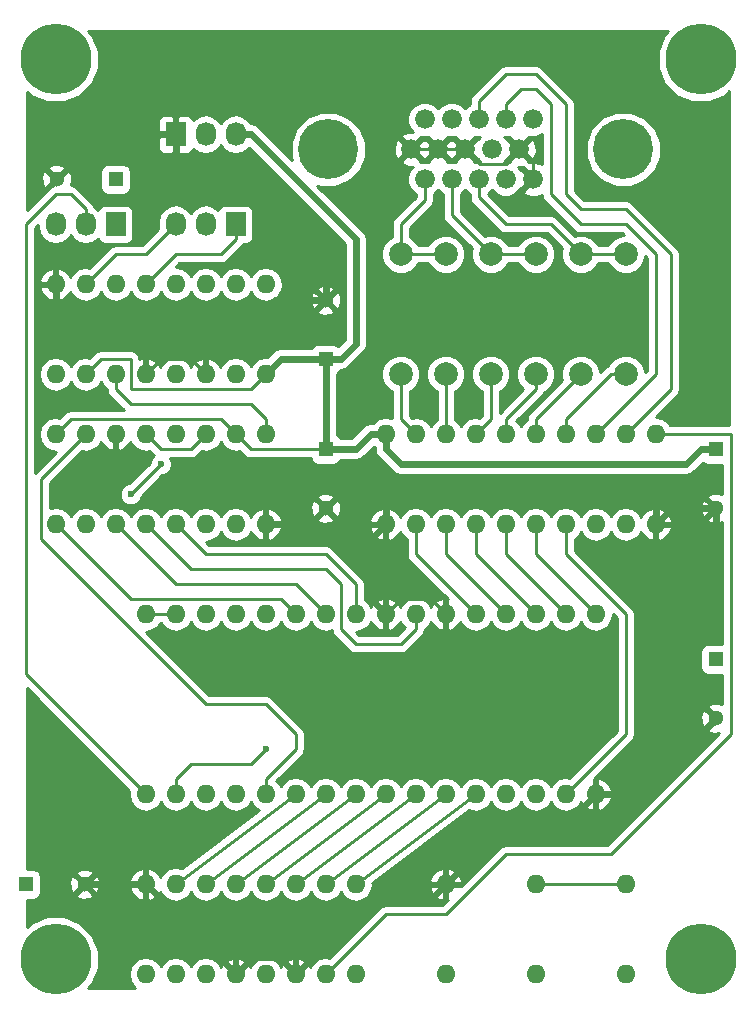
<source format=gbl>
G04 #@! TF.FileFunction,Copper,L2,Bot,Signal*
%FSLAX46Y46*%
G04 Gerber Fmt 4.6, Leading zero omitted, Abs format (unit mm)*
G04 Created by KiCad (PCBNEW 4.0.1-stable) date Friday, 18 March 2016 'pmt' 21:11:23*
%MOMM*%
G01*
G04 APERTURE LIST*
%ADD10C,0.100000*%
%ADD11O,1.600000X1.600000*%
%ADD12C,5.999480*%
%ADD13C,1.676400*%
%ADD14C,5.080000*%
%ADD15R,1.300000X1.300000*%
%ADD16C,1.300000*%
%ADD17C,1.998980*%
%ADD18R,1.727200X2.032000*%
%ADD19O,1.727200X2.032000*%
%ADD20C,0.600000*%
%ADD21C,0.600000*%
%ADD22C,0.250000*%
%ADD23C,0.254000*%
G04 APERTURE END LIST*
D10*
D11*
X148590000Y-114300000D03*
X148590000Y-106680000D03*
X156210000Y-106680000D03*
X140970000Y-106680000D03*
X140970000Y-114300000D03*
X156210000Y-114300000D03*
D12*
X162560000Y-113030000D03*
X107950000Y-113030000D03*
X107950000Y-36830000D03*
D13*
X139192000Y-46990000D03*
X141478000Y-46990000D03*
X143764000Y-46990000D03*
X146050000Y-46990000D03*
X148336000Y-46990000D03*
X138049000Y-44450000D03*
X140335000Y-44450000D03*
X142621000Y-44450000D03*
X144907000Y-44450000D03*
X147193000Y-44450000D03*
X139192000Y-41910000D03*
X141478000Y-41910000D03*
X143764000Y-41910000D03*
X146050000Y-41910000D03*
X148336000Y-41910000D03*
D14*
X131013200Y-44450000D03*
X156006800Y-44450000D03*
D15*
X113030000Y-46990000D03*
D16*
X108030000Y-46990000D03*
D11*
X133350000Y-106680000D03*
X130810000Y-106680000D03*
X128270000Y-106680000D03*
X125730000Y-106680000D03*
X123190000Y-106680000D03*
X120650000Y-106680000D03*
X118110000Y-106680000D03*
X115570000Y-106680000D03*
X115570000Y-114300000D03*
X118110000Y-114300000D03*
X120650000Y-114300000D03*
X123190000Y-114300000D03*
X125730000Y-114300000D03*
X128270000Y-114300000D03*
X130810000Y-114300000D03*
X133350000Y-114300000D03*
X107950000Y-76200000D03*
X110490000Y-76200000D03*
X113030000Y-76200000D03*
X115570000Y-76200000D03*
X118110000Y-76200000D03*
X120650000Y-76200000D03*
X123190000Y-76200000D03*
X125730000Y-76200000D03*
X125730000Y-68580000D03*
X123190000Y-68580000D03*
X120650000Y-68580000D03*
X118110000Y-68580000D03*
X115570000Y-68580000D03*
X113030000Y-68580000D03*
X110490000Y-68580000D03*
X107950000Y-68580000D03*
X125730000Y-55880000D03*
X123190000Y-55880000D03*
X120650000Y-55880000D03*
X118110000Y-55880000D03*
X115570000Y-55880000D03*
X113030000Y-55880000D03*
X110490000Y-55880000D03*
X107950000Y-55880000D03*
X107950000Y-63500000D03*
X110490000Y-63500000D03*
X113030000Y-63500000D03*
X115570000Y-63500000D03*
X118110000Y-63500000D03*
X120650000Y-63500000D03*
X123190000Y-63500000D03*
X125730000Y-63500000D03*
X135890000Y-76200000D03*
X138430000Y-76200000D03*
X140970000Y-76200000D03*
X143510000Y-76200000D03*
X146050000Y-76200000D03*
X148590000Y-76200000D03*
X151130000Y-76200000D03*
X153670000Y-76200000D03*
X156210000Y-76200000D03*
X158750000Y-76200000D03*
X158750000Y-68580000D03*
X156210000Y-68580000D03*
X153670000Y-68580000D03*
X151130000Y-68580000D03*
X148590000Y-68580000D03*
X146050000Y-68580000D03*
X143510000Y-68580000D03*
X140970000Y-68580000D03*
X138430000Y-68580000D03*
X135890000Y-68580000D03*
D17*
X137160000Y-53340000D03*
X137160000Y-63500000D03*
X144780000Y-53340000D03*
X144780000Y-63500000D03*
X152400000Y-53340000D03*
X152400000Y-63500000D03*
X140970000Y-53340000D03*
X140970000Y-63500000D03*
X148590000Y-53340000D03*
X148590000Y-63500000D03*
X156210000Y-53340000D03*
X156210000Y-63500000D03*
D11*
X115570000Y-99060000D03*
X118110000Y-99060000D03*
X120650000Y-99060000D03*
X123190000Y-99060000D03*
X125730000Y-99060000D03*
X128270000Y-99060000D03*
X130810000Y-99060000D03*
X133350000Y-99060000D03*
X135890000Y-99060000D03*
X138430000Y-99060000D03*
X140970000Y-99060000D03*
X143510000Y-99060000D03*
X146050000Y-99060000D03*
X148590000Y-99060000D03*
X151130000Y-99060000D03*
X153670000Y-99060000D03*
X153670000Y-83820000D03*
X151130000Y-83820000D03*
X148590000Y-83820000D03*
X146050000Y-83820000D03*
X143510000Y-83820000D03*
X140970000Y-83820000D03*
X138430000Y-83820000D03*
X135890000Y-83820000D03*
X133350000Y-83820000D03*
X130810000Y-83820000D03*
X128270000Y-83820000D03*
X125730000Y-83820000D03*
X123190000Y-83820000D03*
X120650000Y-83820000D03*
X118110000Y-83820000D03*
X115570000Y-83820000D03*
D15*
X105410000Y-106680000D03*
D16*
X110410000Y-106680000D03*
D15*
X130810000Y-69850000D03*
D16*
X130810000Y-74850000D03*
D15*
X130810000Y-62230000D03*
D16*
X130810000Y-57230000D03*
D15*
X163830000Y-87630000D03*
D16*
X163830000Y-92630000D03*
D15*
X163830000Y-69850000D03*
D16*
X163830000Y-74850000D03*
D18*
X123190000Y-50800000D03*
D19*
X120650000Y-50800000D03*
X118110000Y-50800000D03*
D18*
X113030000Y-50800000D03*
D19*
X110490000Y-50800000D03*
X107950000Y-50800000D03*
D12*
X162560000Y-36830000D03*
D18*
X118110000Y-43180000D03*
D19*
X120650000Y-43180000D03*
X123190000Y-43180000D03*
D20*
X116840000Y-71120000D03*
X114300000Y-73660000D03*
X125730000Y-95250000D03*
D21*
X123190000Y-43180000D02*
X124460000Y-43180000D01*
X124460000Y-43180000D02*
X133350000Y-52070000D01*
X133350000Y-52070000D02*
X133350000Y-60960000D01*
X133350000Y-60960000D02*
X132080000Y-62230000D01*
X132080000Y-62230000D02*
X130810000Y-62230000D01*
D22*
X115570000Y-83820000D02*
X118110000Y-83820000D01*
X125730000Y-63500000D02*
X124460000Y-64770000D01*
X111760000Y-62230000D02*
X110490000Y-63500000D01*
X114300000Y-62230000D02*
X111760000Y-62230000D01*
X114300000Y-63500000D02*
X114300000Y-62230000D01*
X114300000Y-64770000D02*
X114300000Y-63500000D01*
X124460000Y-64770000D02*
X114300000Y-64770000D01*
D21*
X130810000Y-62230000D02*
X127000000Y-62230000D01*
X127000000Y-62230000D02*
X125730000Y-63500000D01*
X130810000Y-62230000D02*
X130810000Y-69850000D01*
X130810000Y-69850000D02*
X133350000Y-69850000D01*
X133350000Y-69850000D02*
X134620000Y-68580000D01*
X134620000Y-68580000D02*
X135890000Y-68580000D01*
D22*
X124460000Y-69850000D02*
X130810000Y-69850000D01*
X123190000Y-68580000D02*
X124460000Y-69850000D01*
X123190000Y-68580000D02*
X121920000Y-67310000D01*
X121920000Y-67310000D02*
X109220000Y-67310000D01*
X109220000Y-67310000D02*
X107950000Y-68580000D01*
D21*
X163830000Y-69850000D02*
X162560000Y-69850000D01*
X135890000Y-69850000D02*
X135890000Y-68580000D01*
X137160000Y-71120000D02*
X135890000Y-69850000D01*
X161290000Y-71120000D02*
X137160000Y-71120000D01*
X162560000Y-69850000D02*
X161290000Y-71120000D01*
X118110000Y-43180000D02*
X118110000Y-45720000D01*
X118110000Y-45720000D02*
X119380000Y-46990000D01*
X119380000Y-46990000D02*
X125730000Y-46990000D01*
X125730000Y-46990000D02*
X130810000Y-52070000D01*
X130810000Y-52070000D02*
X130810000Y-57230000D01*
X118110000Y-43180000D02*
X111840000Y-43180000D01*
X111840000Y-43180000D02*
X108030000Y-46990000D01*
X120650000Y-59690000D02*
X119380000Y-58420000D01*
X119380000Y-58420000D02*
X109220000Y-58420000D01*
X109220000Y-58420000D02*
X107950000Y-57150000D01*
X107950000Y-57150000D02*
X107950000Y-55880000D01*
D22*
X120650000Y-63500000D02*
X120650000Y-59690000D01*
D21*
X128190000Y-57230000D02*
X130810000Y-57230000D01*
X120650000Y-59690000D02*
X121920000Y-58420000D01*
X121920000Y-58420000D02*
X127000000Y-58420000D01*
X127000000Y-58420000D02*
X128190000Y-57230000D01*
D22*
X115570000Y-63500000D02*
X116840000Y-62230000D01*
X119380000Y-62230000D02*
X120650000Y-63500000D01*
X116840000Y-62230000D02*
X119380000Y-62230000D01*
D21*
X125730000Y-76200000D02*
X129460000Y-76200000D01*
X129460000Y-76200000D02*
X130810000Y-74850000D01*
D22*
X130810000Y-74850000D02*
X130810000Y-74930000D01*
D21*
X130810000Y-74930000D02*
X133350000Y-77470000D01*
X133350000Y-77470000D02*
X134620000Y-77470000D01*
X135890000Y-83820000D02*
X134620000Y-82550000D01*
X134620000Y-82550000D02*
X134620000Y-77470000D01*
X134620000Y-77470000D02*
X135890000Y-76200000D01*
D22*
X135890000Y-83820000D02*
X137160000Y-82550000D01*
X139700000Y-82550000D02*
X140970000Y-83820000D01*
X137160000Y-82550000D02*
X139700000Y-82550000D01*
D21*
X140970000Y-106680000D02*
X139700000Y-107950000D01*
X139700000Y-107950000D02*
X134620000Y-107950000D01*
X134620000Y-107950000D02*
X128270000Y-114300000D01*
X153670000Y-99060000D02*
X149860000Y-102870000D01*
X149860000Y-102870000D02*
X144780000Y-102870000D01*
X144780000Y-102870000D02*
X140970000Y-106680000D01*
X115570000Y-106680000D02*
X110410000Y-106680000D01*
X123190000Y-114300000D02*
X124460000Y-113030000D01*
X127000000Y-113030000D02*
X128270000Y-114300000D01*
D22*
X124460000Y-113030000D02*
X127000000Y-113030000D01*
X147193000Y-44450000D02*
X147193000Y-44577000D01*
X147193000Y-44577000D02*
X146050000Y-45720000D01*
X143891000Y-45720000D02*
X142621000Y-44450000D01*
X146050000Y-45720000D02*
X143891000Y-45720000D01*
X147193000Y-44450000D02*
X147320000Y-44450000D01*
X147320000Y-44450000D02*
X148336000Y-45466000D01*
X148336000Y-45466000D02*
X148336000Y-46990000D01*
X140335000Y-44450000D02*
X142621000Y-44450000D01*
X138049000Y-44450000D02*
X140335000Y-44450000D01*
X163830000Y-92630000D02*
X163830000Y-92710000D01*
D21*
X163830000Y-92710000D02*
X157480000Y-99060000D01*
X157480000Y-99060000D02*
X153670000Y-99060000D01*
X163830000Y-74850000D02*
X163830000Y-83820000D01*
X161290000Y-90090000D02*
X163830000Y-92630000D01*
X161290000Y-86360000D02*
X161290000Y-90090000D01*
X163830000Y-83820000D02*
X161290000Y-86360000D01*
X123190000Y-114300000D02*
X115570000Y-106680000D01*
X158750000Y-76200000D02*
X158750000Y-74930000D01*
X135890000Y-74930000D02*
X135890000Y-76200000D01*
X137160000Y-73660000D02*
X135890000Y-74930000D01*
X157480000Y-73660000D02*
X137160000Y-73660000D01*
X158750000Y-74930000D02*
X157480000Y-73660000D01*
X163830000Y-74850000D02*
X160100000Y-74850000D01*
X160100000Y-74850000D02*
X158750000Y-76200000D01*
D22*
X133350000Y-106680000D02*
X143510000Y-99060000D01*
X130810000Y-106680000D02*
X140970000Y-99060000D01*
X128270000Y-106680000D02*
X138430000Y-99060000D01*
X125730000Y-106680000D02*
X135890000Y-99060000D01*
X123190000Y-106680000D02*
X133350000Y-99060000D01*
X120650000Y-106680000D02*
X130810000Y-99060000D01*
X118110000Y-106680000D02*
X128270000Y-99060000D01*
X114300000Y-73660000D02*
X116840000Y-71120000D01*
X120650000Y-68580000D02*
X119380000Y-69850000D01*
X116840000Y-69850000D02*
X115570000Y-68580000D01*
X119380000Y-69850000D02*
X116840000Y-69850000D01*
X158750000Y-68580000D02*
X165100000Y-68580000D01*
X135890000Y-109220000D02*
X130810000Y-114300000D01*
X140970000Y-109220000D02*
X135890000Y-109220000D01*
X146050000Y-104140000D02*
X140970000Y-109220000D01*
X154940000Y-104140000D02*
X146050000Y-104140000D01*
X165100000Y-93980000D02*
X154940000Y-104140000D01*
X165100000Y-68580000D02*
X165100000Y-93980000D01*
X107950000Y-76200000D02*
X114300000Y-82550000D01*
X127000000Y-82550000D02*
X128270000Y-83820000D01*
X114300000Y-82550000D02*
X127000000Y-82550000D01*
X113030000Y-76200000D02*
X118110000Y-81280000D01*
X128270000Y-81280000D02*
X130810000Y-83820000D01*
X118110000Y-81280000D02*
X128270000Y-81280000D01*
X115570000Y-76200000D02*
X119380000Y-80010000D01*
X138430000Y-85090000D02*
X138430000Y-83820000D01*
X137160000Y-86360000D02*
X138430000Y-85090000D01*
X133350000Y-86360000D02*
X137160000Y-86360000D01*
X132080000Y-85090000D02*
X133350000Y-86360000D01*
X132080000Y-81280000D02*
X132080000Y-85090000D01*
X130810000Y-80010000D02*
X132080000Y-81280000D01*
X119380000Y-80010000D02*
X130810000Y-80010000D01*
X118110000Y-76200000D02*
X120650000Y-78740000D01*
X133350000Y-81280000D02*
X133350000Y-83820000D01*
X130810000Y-78740000D02*
X133350000Y-81280000D01*
X120650000Y-78740000D02*
X130810000Y-78740000D01*
X125730000Y-68580000D02*
X125730000Y-67310000D01*
X113030000Y-64770000D02*
X113030000Y-63500000D01*
X114300000Y-66040000D02*
X113030000Y-64770000D01*
X124460000Y-66040000D02*
X114300000Y-66040000D01*
X125730000Y-67310000D02*
X124460000Y-66040000D01*
X125730000Y-99060000D02*
X125730000Y-97790000D01*
X106680000Y-72390000D02*
X110490000Y-68580000D01*
X106680000Y-77470000D02*
X106680000Y-72390000D01*
X120650000Y-91440000D02*
X106680000Y-77470000D01*
X125730000Y-91440000D02*
X120650000Y-91440000D01*
X128270000Y-93980000D02*
X125730000Y-91440000D01*
X128270000Y-95250000D02*
X128270000Y-93980000D01*
X125730000Y-97790000D02*
X128270000Y-95250000D01*
X118110000Y-97790000D02*
X118110000Y-99060000D01*
X119380000Y-96520000D02*
X118110000Y-97790000D01*
X124460000Y-96520000D02*
X119380000Y-96520000D01*
X125730000Y-95250000D02*
X124460000Y-96520000D01*
X115570000Y-55880000D02*
X118110000Y-53340000D01*
X123190000Y-52070000D02*
X123190000Y-50800000D01*
X121920000Y-53340000D02*
X123190000Y-52070000D01*
X118110000Y-53340000D02*
X121920000Y-53340000D01*
X110490000Y-55880000D02*
X113030000Y-53340000D01*
X115570000Y-53340000D02*
X118110000Y-50800000D01*
X113030000Y-53340000D02*
X115570000Y-53340000D01*
X139192000Y-46990000D02*
X139192000Y-48768000D01*
X137160000Y-50800000D02*
X137160000Y-53340000D01*
X139192000Y-48768000D02*
X137160000Y-50800000D01*
X137160000Y-53340000D02*
X140970000Y-53340000D01*
X141478000Y-46990000D02*
X141478000Y-50038000D01*
X141478000Y-50038000D02*
X144780000Y-53340000D01*
X144780000Y-53340000D02*
X148590000Y-53340000D01*
X143764000Y-46990000D02*
X143764000Y-48514000D01*
X149860000Y-50800000D02*
X152400000Y-53340000D01*
X146050000Y-50800000D02*
X149860000Y-50800000D01*
X143764000Y-48514000D02*
X146050000Y-50800000D01*
X156210000Y-53340000D02*
X152400000Y-53340000D01*
X153670000Y-68580000D02*
X158750000Y-63500000D01*
X146050000Y-40640000D02*
X146050000Y-41910000D01*
X147320000Y-39370000D02*
X146050000Y-40640000D01*
X148590000Y-39370000D02*
X147320000Y-39370000D01*
X149860000Y-40640000D02*
X148590000Y-39370000D01*
X149860000Y-48260000D02*
X149860000Y-40640000D01*
X152400000Y-50800000D02*
X149860000Y-48260000D01*
X156210000Y-50800000D02*
X152400000Y-50800000D01*
X158750000Y-53340000D02*
X156210000Y-50800000D01*
X158750000Y-63500000D02*
X158750000Y-53340000D01*
X156210000Y-68580000D02*
X160020000Y-64770000D01*
X143764000Y-40386000D02*
X143764000Y-41910000D01*
X146050000Y-38100000D02*
X143764000Y-40386000D01*
X148590000Y-38100000D02*
X146050000Y-38100000D01*
X151130000Y-40640000D02*
X148590000Y-38100000D01*
X151130000Y-48260000D02*
X151130000Y-40640000D01*
X152400000Y-49530000D02*
X151130000Y-48260000D01*
X156210000Y-49530000D02*
X152400000Y-49530000D01*
X160020000Y-53340000D02*
X156210000Y-49530000D01*
X160020000Y-64770000D02*
X160020000Y-53340000D01*
X143510000Y-41656000D02*
X143764000Y-41910000D01*
X138430000Y-76200000D02*
X138430000Y-78740000D01*
X138430000Y-78740000D02*
X143510000Y-83820000D01*
X140970000Y-76200000D02*
X140970000Y-78740000D01*
X140970000Y-78740000D02*
X146050000Y-83820000D01*
X143510000Y-76200000D02*
X143510000Y-78740000D01*
X143510000Y-78740000D02*
X148590000Y-83820000D01*
X146050000Y-76200000D02*
X146050000Y-78740000D01*
X146050000Y-78740000D02*
X151130000Y-83820000D01*
X148590000Y-76200000D02*
X148590000Y-78740000D01*
X148590000Y-78740000D02*
X153670000Y-83820000D01*
X151130000Y-76200000D02*
X151130000Y-78740000D01*
X156210000Y-93980000D02*
X151130000Y-99060000D01*
X156210000Y-83820000D02*
X156210000Y-93980000D01*
X151130000Y-78740000D02*
X156210000Y-83820000D01*
X156210000Y-63500000D02*
X154940000Y-63500000D01*
X151130000Y-67310000D02*
X151130000Y-68580000D01*
X154940000Y-63500000D02*
X151130000Y-67310000D01*
X152400000Y-63500000D02*
X148590000Y-67310000D01*
X148590000Y-67310000D02*
X148590000Y-68580000D01*
X148590000Y-63500000D02*
X148590000Y-64770000D01*
X146050000Y-67310000D02*
X146050000Y-68580000D01*
X148590000Y-64770000D02*
X146050000Y-67310000D01*
X144780000Y-63500000D02*
X144780000Y-67310000D01*
X144780000Y-67310000D02*
X143510000Y-68580000D01*
X140970000Y-63500000D02*
X140970000Y-68580000D01*
X137160000Y-63500000D02*
X137160000Y-67310000D01*
X137160000Y-67310000D02*
X138430000Y-68580000D01*
X148590000Y-106680000D02*
X156210000Y-106680000D01*
X110490000Y-50800000D02*
X110490000Y-49530000D01*
X105410000Y-88900000D02*
X115570000Y-99060000D01*
X105410000Y-50800000D02*
X105410000Y-88900000D01*
X107950000Y-48260000D02*
X105410000Y-50800000D01*
X109220000Y-48260000D02*
X107950000Y-48260000D01*
X110490000Y-49530000D02*
X109220000Y-48260000D01*
D23*
G36*
X113157000Y-68453000D02*
X113177000Y-68453000D01*
X113177000Y-68707000D01*
X113157000Y-68707000D01*
X113157000Y-69849915D01*
X113379039Y-69971904D01*
X113767423Y-69811041D01*
X114182389Y-69435134D01*
X114285014Y-69218297D01*
X114555302Y-69622811D01*
X115020849Y-69933880D01*
X115570000Y-70043113D01*
X115893886Y-69978688D01*
X116276539Y-70361341D01*
X116047808Y-70589673D01*
X115905162Y-70933201D01*
X115905121Y-70980077D01*
X114160320Y-72724878D01*
X114114833Y-72724838D01*
X113771057Y-72866883D01*
X113507808Y-73129673D01*
X113365162Y-73473201D01*
X113364838Y-73845167D01*
X113506883Y-74188943D01*
X113769673Y-74452192D01*
X114113201Y-74594838D01*
X114485167Y-74595162D01*
X114828943Y-74453117D01*
X115092192Y-74190327D01*
X115191576Y-73950984D01*
X130090590Y-73950984D01*
X130810000Y-74670395D01*
X131529410Y-73950984D01*
X131473729Y-73720389D01*
X130990922Y-73552378D01*
X130480572Y-73581917D01*
X130146271Y-73720389D01*
X130090590Y-73950984D01*
X115191576Y-73950984D01*
X115234838Y-73846799D01*
X115234879Y-73799923D01*
X116979680Y-72055122D01*
X117025167Y-72055162D01*
X117368943Y-71913117D01*
X117632192Y-71650327D01*
X117774838Y-71306799D01*
X117775162Y-70934833D01*
X117640944Y-70610000D01*
X119380000Y-70610000D01*
X119670839Y-70552148D01*
X119917401Y-70387401D01*
X120326114Y-69978688D01*
X120650000Y-70043113D01*
X121199151Y-69933880D01*
X121664698Y-69622811D01*
X121920000Y-69240725D01*
X122175302Y-69622811D01*
X122640849Y-69933880D01*
X123190000Y-70043113D01*
X123513886Y-69978688D01*
X123922599Y-70387401D01*
X124169160Y-70552148D01*
X124460000Y-70610000D01*
X129533258Y-70610000D01*
X129556838Y-70735317D01*
X129695910Y-70951441D01*
X129908110Y-71096431D01*
X130160000Y-71147440D01*
X131460000Y-71147440D01*
X131695317Y-71103162D01*
X131911441Y-70964090D01*
X132033808Y-70785000D01*
X133350000Y-70785000D01*
X133707809Y-70713827D01*
X134011145Y-70511145D01*
X134889795Y-69632495D01*
X134955000Y-69676064D01*
X134955000Y-69850000D01*
X135026173Y-70207809D01*
X135228855Y-70511145D01*
X136498855Y-71781145D01*
X136802191Y-71983827D01*
X137160000Y-72055000D01*
X161290000Y-72055000D01*
X161647809Y-71983827D01*
X161951145Y-71781145D01*
X162754489Y-70977801D01*
X162928110Y-71096431D01*
X163180000Y-71147440D01*
X164340000Y-71147440D01*
X164340000Y-73666893D01*
X164010922Y-73552378D01*
X163500572Y-73581917D01*
X163166271Y-73720389D01*
X163110590Y-73950984D01*
X163830000Y-74670395D01*
X163844142Y-74656252D01*
X164023748Y-74835858D01*
X164009605Y-74850000D01*
X164023748Y-74864143D01*
X163844142Y-75043748D01*
X163830000Y-75029605D01*
X163110590Y-75749016D01*
X163166271Y-75979611D01*
X163649078Y-76147622D01*
X164159428Y-76118083D01*
X164340000Y-76043288D01*
X164340000Y-86332560D01*
X163180000Y-86332560D01*
X162944683Y-86376838D01*
X162728559Y-86515910D01*
X162583569Y-86728110D01*
X162532560Y-86980000D01*
X162532560Y-88280000D01*
X162576838Y-88515317D01*
X162715910Y-88731441D01*
X162928110Y-88876431D01*
X163180000Y-88927440D01*
X164340000Y-88927440D01*
X164340000Y-91446893D01*
X164010922Y-91332378D01*
X163500572Y-91361917D01*
X163166271Y-91500389D01*
X163110590Y-91730984D01*
X163830000Y-92450395D01*
X163844142Y-92436252D01*
X164023748Y-92615858D01*
X164009605Y-92630000D01*
X164023748Y-92644143D01*
X163844142Y-92823748D01*
X163830000Y-92809605D01*
X163110590Y-93529016D01*
X163166271Y-93759611D01*
X163649078Y-93927622D01*
X164103901Y-93901297D01*
X154625198Y-103380000D01*
X146050000Y-103380000D01*
X145759161Y-103437852D01*
X145512599Y-103602599D01*
X142264499Y-106850699D01*
X142240629Y-106807000D01*
X141097000Y-106807000D01*
X141097000Y-107949915D01*
X141141071Y-107974127D01*
X140655198Y-108460000D01*
X135890000Y-108460000D01*
X135599161Y-108517852D01*
X135352599Y-108682599D01*
X131133886Y-112901312D01*
X130810000Y-112836887D01*
X130260849Y-112946120D01*
X129795302Y-113257189D01*
X129525014Y-113661703D01*
X129422389Y-113444866D01*
X129007423Y-113068959D01*
X128619039Y-112908096D01*
X128397000Y-113030085D01*
X128397000Y-114173000D01*
X128417000Y-114173000D01*
X128417000Y-114427000D01*
X128397000Y-114427000D01*
X128397000Y-114447000D01*
X128143000Y-114447000D01*
X128143000Y-114427000D01*
X128123000Y-114427000D01*
X128123000Y-114173000D01*
X128143000Y-114173000D01*
X128143000Y-113030085D01*
X127920961Y-112908096D01*
X127532577Y-113068959D01*
X127117611Y-113444866D01*
X127014986Y-113661703D01*
X126744698Y-113257189D01*
X126279151Y-112946120D01*
X125730000Y-112836887D01*
X125180849Y-112946120D01*
X124715302Y-113257189D01*
X124445014Y-113661703D01*
X124342389Y-113444866D01*
X123927423Y-113068959D01*
X123539039Y-112908096D01*
X123317000Y-113030085D01*
X123317000Y-114173000D01*
X123337000Y-114173000D01*
X123337000Y-114427000D01*
X123317000Y-114427000D01*
X123317000Y-114447000D01*
X123063000Y-114447000D01*
X123063000Y-114427000D01*
X123043000Y-114427000D01*
X123043000Y-114173000D01*
X123063000Y-114173000D01*
X123063000Y-113030085D01*
X122840961Y-112908096D01*
X122452577Y-113068959D01*
X122037611Y-113444866D01*
X121934986Y-113661703D01*
X121664698Y-113257189D01*
X121199151Y-112946120D01*
X120650000Y-112836887D01*
X120100849Y-112946120D01*
X119635302Y-113257189D01*
X119380000Y-113639275D01*
X119124698Y-113257189D01*
X118659151Y-112946120D01*
X118110000Y-112836887D01*
X117560849Y-112946120D01*
X117095302Y-113257189D01*
X116840000Y-113639275D01*
X116584698Y-113257189D01*
X116119151Y-112946120D01*
X115570000Y-112836887D01*
X115020849Y-112946120D01*
X114555302Y-113257189D01*
X114244233Y-113722736D01*
X114135000Y-114271887D01*
X114135000Y-114328113D01*
X114244233Y-114877264D01*
X114555302Y-115342811D01*
X114705245Y-115443000D01*
X110677575Y-115443000D01*
X111029586Y-115091603D01*
X111584108Y-113756166D01*
X111585370Y-112310177D01*
X111033180Y-110973775D01*
X110011603Y-109950414D01*
X108676166Y-109395892D01*
X107230177Y-109394630D01*
X105893775Y-109946820D01*
X105537000Y-110302973D01*
X105537000Y-107977440D01*
X106060000Y-107977440D01*
X106295317Y-107933162D01*
X106511441Y-107794090D01*
X106656431Y-107581890D01*
X106657012Y-107579016D01*
X109690590Y-107579016D01*
X109746271Y-107809611D01*
X110229078Y-107977622D01*
X110739428Y-107948083D01*
X111073729Y-107809611D01*
X111129410Y-107579016D01*
X110410000Y-106859605D01*
X109690590Y-107579016D01*
X106657012Y-107579016D01*
X106707440Y-107330000D01*
X106707440Y-106499078D01*
X109112378Y-106499078D01*
X109141917Y-107009428D01*
X109280389Y-107343729D01*
X109510984Y-107399410D01*
X110230395Y-106680000D01*
X110589605Y-106680000D01*
X111309016Y-107399410D01*
X111539611Y-107343729D01*
X111649118Y-107029041D01*
X114178086Y-107029041D01*
X114417611Y-107535134D01*
X114832577Y-107911041D01*
X115220961Y-108071904D01*
X115443000Y-107949915D01*
X115443000Y-106807000D01*
X114299371Y-106807000D01*
X114178086Y-107029041D01*
X111649118Y-107029041D01*
X111707622Y-106860922D01*
X111678083Y-106350572D01*
X111669960Y-106330959D01*
X114178086Y-106330959D01*
X114299371Y-106553000D01*
X115443000Y-106553000D01*
X115443000Y-105410085D01*
X115220961Y-105288096D01*
X114832577Y-105448959D01*
X114417611Y-105824866D01*
X114178086Y-106330959D01*
X111669960Y-106330959D01*
X111539611Y-106016271D01*
X111309016Y-105960590D01*
X110589605Y-106680000D01*
X110230395Y-106680000D01*
X109510984Y-105960590D01*
X109280389Y-106016271D01*
X109112378Y-106499078D01*
X106707440Y-106499078D01*
X106707440Y-106030000D01*
X106663162Y-105794683D01*
X106654347Y-105780984D01*
X109690590Y-105780984D01*
X110410000Y-106500395D01*
X111129410Y-105780984D01*
X111073729Y-105550389D01*
X110590922Y-105382378D01*
X110080572Y-105411917D01*
X109746271Y-105550389D01*
X109690590Y-105780984D01*
X106654347Y-105780984D01*
X106524090Y-105578559D01*
X106311890Y-105433569D01*
X106060000Y-105382560D01*
X105537000Y-105382560D01*
X105537000Y-90101802D01*
X114190096Y-98754898D01*
X114135000Y-99031887D01*
X114135000Y-99088113D01*
X114244233Y-99637264D01*
X114555302Y-100102811D01*
X115020849Y-100413880D01*
X115570000Y-100523113D01*
X116119151Y-100413880D01*
X116584698Y-100102811D01*
X116840000Y-99720725D01*
X117095302Y-100102811D01*
X117560849Y-100413880D01*
X118110000Y-100523113D01*
X118659151Y-100413880D01*
X119124698Y-100102811D01*
X119380000Y-99720725D01*
X119635302Y-100102811D01*
X120100849Y-100413880D01*
X120650000Y-100523113D01*
X121199151Y-100413880D01*
X121664698Y-100102811D01*
X121920000Y-99720725D01*
X122175302Y-100102811D01*
X122640849Y-100413880D01*
X123190000Y-100523113D01*
X123739151Y-100413880D01*
X124204698Y-100102811D01*
X124460000Y-99720725D01*
X124715302Y-100102811D01*
X125180849Y-100413880D01*
X125194531Y-100416602D01*
X118650738Y-105324447D01*
X118110000Y-105216887D01*
X117560849Y-105326120D01*
X117095302Y-105637189D01*
X116825014Y-106041703D01*
X116722389Y-105824866D01*
X116307423Y-105448959D01*
X115919039Y-105288096D01*
X115697000Y-105410085D01*
X115697000Y-106553000D01*
X115717000Y-106553000D01*
X115717000Y-106807000D01*
X115697000Y-106807000D01*
X115697000Y-107949915D01*
X115919039Y-108071904D01*
X116307423Y-107911041D01*
X116722389Y-107535134D01*
X116825014Y-107318297D01*
X117095302Y-107722811D01*
X117560849Y-108033880D01*
X118110000Y-108143113D01*
X118659151Y-108033880D01*
X119124698Y-107722811D01*
X119380000Y-107340725D01*
X119635302Y-107722811D01*
X120100849Y-108033880D01*
X120650000Y-108143113D01*
X121199151Y-108033880D01*
X121664698Y-107722811D01*
X121920000Y-107340725D01*
X122175302Y-107722811D01*
X122640849Y-108033880D01*
X123190000Y-108143113D01*
X123739151Y-108033880D01*
X124204698Y-107722811D01*
X124460000Y-107340725D01*
X124715302Y-107722811D01*
X125180849Y-108033880D01*
X125730000Y-108143113D01*
X126279151Y-108033880D01*
X126744698Y-107722811D01*
X127000000Y-107340725D01*
X127255302Y-107722811D01*
X127720849Y-108033880D01*
X128270000Y-108143113D01*
X128819151Y-108033880D01*
X129284698Y-107722811D01*
X129540000Y-107340725D01*
X129795302Y-107722811D01*
X130260849Y-108033880D01*
X130810000Y-108143113D01*
X131359151Y-108033880D01*
X131824698Y-107722811D01*
X132080000Y-107340725D01*
X132335302Y-107722811D01*
X132800849Y-108033880D01*
X133350000Y-108143113D01*
X133899151Y-108033880D01*
X134364698Y-107722811D01*
X134675767Y-107257264D01*
X134721163Y-107029041D01*
X139578086Y-107029041D01*
X139817611Y-107535134D01*
X140232577Y-107911041D01*
X140620961Y-108071904D01*
X140843000Y-107949915D01*
X140843000Y-106807000D01*
X139699371Y-106807000D01*
X139578086Y-107029041D01*
X134721163Y-107029041D01*
X134785000Y-106708113D01*
X134785000Y-106651887D01*
X134768013Y-106566490D01*
X135082054Y-106330959D01*
X139578086Y-106330959D01*
X139699371Y-106553000D01*
X140843000Y-106553000D01*
X140843000Y-105410085D01*
X141097000Y-105410085D01*
X141097000Y-106553000D01*
X142240629Y-106553000D01*
X142361914Y-106330959D01*
X142122389Y-105824866D01*
X141707423Y-105448959D01*
X141319039Y-105288096D01*
X141097000Y-105410085D01*
X140843000Y-105410085D01*
X140620961Y-105288096D01*
X140232577Y-105448959D01*
X139817611Y-105824866D01*
X139578086Y-106330959D01*
X135082054Y-106330959D01*
X142969262Y-100415553D01*
X143510000Y-100523113D01*
X144059151Y-100413880D01*
X144524698Y-100102811D01*
X144780000Y-99720725D01*
X145035302Y-100102811D01*
X145500849Y-100413880D01*
X146050000Y-100523113D01*
X146599151Y-100413880D01*
X147064698Y-100102811D01*
X147320000Y-99720725D01*
X147575302Y-100102811D01*
X148040849Y-100413880D01*
X148590000Y-100523113D01*
X149139151Y-100413880D01*
X149604698Y-100102811D01*
X149860000Y-99720725D01*
X150115302Y-100102811D01*
X150580849Y-100413880D01*
X151130000Y-100523113D01*
X151679151Y-100413880D01*
X152144698Y-100102811D01*
X152414986Y-99698297D01*
X152517611Y-99915134D01*
X152932577Y-100291041D01*
X153320961Y-100451904D01*
X153543000Y-100329915D01*
X153543000Y-99187000D01*
X153797000Y-99187000D01*
X153797000Y-100329915D01*
X154019039Y-100451904D01*
X154407423Y-100291041D01*
X154822389Y-99915134D01*
X155061914Y-99409041D01*
X154940629Y-99187000D01*
X153797000Y-99187000D01*
X153543000Y-99187000D01*
X153523000Y-99187000D01*
X153523000Y-98933000D01*
X153543000Y-98933000D01*
X153543000Y-97790085D01*
X153797000Y-97790085D01*
X153797000Y-98933000D01*
X154940629Y-98933000D01*
X155061914Y-98710959D01*
X154822389Y-98204866D01*
X154407423Y-97828959D01*
X154019039Y-97668096D01*
X153797000Y-97790085D01*
X153543000Y-97790085D01*
X153498929Y-97765873D01*
X156747401Y-94517401D01*
X156912148Y-94270839D01*
X156970000Y-93980000D01*
X156970000Y-92449078D01*
X162532378Y-92449078D01*
X162561917Y-92959428D01*
X162700389Y-93293729D01*
X162930984Y-93349410D01*
X163650395Y-92630000D01*
X162930984Y-91910590D01*
X162700389Y-91966271D01*
X162532378Y-92449078D01*
X156970000Y-92449078D01*
X156970000Y-83820000D01*
X156912148Y-83529161D01*
X156747401Y-83282599D01*
X151890000Y-78425198D01*
X151890000Y-77412995D01*
X152144698Y-77242811D01*
X152400000Y-76860725D01*
X152655302Y-77242811D01*
X153120849Y-77553880D01*
X153670000Y-77663113D01*
X154219151Y-77553880D01*
X154684698Y-77242811D01*
X154940000Y-76860725D01*
X155195302Y-77242811D01*
X155660849Y-77553880D01*
X156210000Y-77663113D01*
X156759151Y-77553880D01*
X157224698Y-77242811D01*
X157494986Y-76838297D01*
X157597611Y-77055134D01*
X158012577Y-77431041D01*
X158400961Y-77591904D01*
X158623000Y-77469915D01*
X158623000Y-76327000D01*
X158877000Y-76327000D01*
X158877000Y-77469915D01*
X159099039Y-77591904D01*
X159487423Y-77431041D01*
X159902389Y-77055134D01*
X160141914Y-76549041D01*
X160020629Y-76327000D01*
X158877000Y-76327000D01*
X158623000Y-76327000D01*
X158603000Y-76327000D01*
X158603000Y-76073000D01*
X158623000Y-76073000D01*
X158623000Y-74930085D01*
X158877000Y-74930085D01*
X158877000Y-76073000D01*
X160020629Y-76073000D01*
X160141914Y-75850959D01*
X159902389Y-75344866D01*
X159487423Y-74968959D01*
X159099039Y-74808096D01*
X158877000Y-74930085D01*
X158623000Y-74930085D01*
X158400961Y-74808096D01*
X158012577Y-74968959D01*
X157597611Y-75344866D01*
X157494986Y-75561703D01*
X157224698Y-75157189D01*
X156759151Y-74846120D01*
X156210000Y-74736887D01*
X155660849Y-74846120D01*
X155195302Y-75157189D01*
X154940000Y-75539275D01*
X154684698Y-75157189D01*
X154219151Y-74846120D01*
X153670000Y-74736887D01*
X153120849Y-74846120D01*
X152655302Y-75157189D01*
X152400000Y-75539275D01*
X152144698Y-75157189D01*
X151679151Y-74846120D01*
X151130000Y-74736887D01*
X150580849Y-74846120D01*
X150115302Y-75157189D01*
X149860000Y-75539275D01*
X149604698Y-75157189D01*
X149139151Y-74846120D01*
X148590000Y-74736887D01*
X148040849Y-74846120D01*
X147575302Y-75157189D01*
X147320000Y-75539275D01*
X147064698Y-75157189D01*
X146599151Y-74846120D01*
X146050000Y-74736887D01*
X145500849Y-74846120D01*
X145035302Y-75157189D01*
X144780000Y-75539275D01*
X144524698Y-75157189D01*
X144059151Y-74846120D01*
X143510000Y-74736887D01*
X142960849Y-74846120D01*
X142495302Y-75157189D01*
X142240000Y-75539275D01*
X141984698Y-75157189D01*
X141519151Y-74846120D01*
X140970000Y-74736887D01*
X140420849Y-74846120D01*
X139955302Y-75157189D01*
X139700000Y-75539275D01*
X139444698Y-75157189D01*
X138979151Y-74846120D01*
X138430000Y-74736887D01*
X137880849Y-74846120D01*
X137415302Y-75157189D01*
X137145014Y-75561703D01*
X137042389Y-75344866D01*
X136627423Y-74968959D01*
X136239039Y-74808096D01*
X136017000Y-74930085D01*
X136017000Y-76073000D01*
X136037000Y-76073000D01*
X136037000Y-76327000D01*
X136017000Y-76327000D01*
X136017000Y-77469915D01*
X136239039Y-77591904D01*
X136627423Y-77431041D01*
X137042389Y-77055134D01*
X137145014Y-76838297D01*
X137415302Y-77242811D01*
X137670000Y-77412995D01*
X137670000Y-78740000D01*
X137727852Y-79030839D01*
X137892599Y-79277401D01*
X141141071Y-82525873D01*
X141097000Y-82550085D01*
X141097000Y-83693000D01*
X141117000Y-83693000D01*
X141117000Y-83947000D01*
X141097000Y-83947000D01*
X141097000Y-85089915D01*
X141319039Y-85211904D01*
X141707423Y-85051041D01*
X142122389Y-84675134D01*
X142225014Y-84458297D01*
X142495302Y-84862811D01*
X142960849Y-85173880D01*
X143510000Y-85283113D01*
X144059151Y-85173880D01*
X144524698Y-84862811D01*
X144780000Y-84480725D01*
X145035302Y-84862811D01*
X145500849Y-85173880D01*
X146050000Y-85283113D01*
X146599151Y-85173880D01*
X147064698Y-84862811D01*
X147320000Y-84480725D01*
X147575302Y-84862811D01*
X148040849Y-85173880D01*
X148590000Y-85283113D01*
X149139151Y-85173880D01*
X149604698Y-84862811D01*
X149860000Y-84480725D01*
X150115302Y-84862811D01*
X150580849Y-85173880D01*
X151130000Y-85283113D01*
X151679151Y-85173880D01*
X152144698Y-84862811D01*
X152400000Y-84480725D01*
X152655302Y-84862811D01*
X153120849Y-85173880D01*
X153670000Y-85283113D01*
X154219151Y-85173880D01*
X154684698Y-84862811D01*
X154995767Y-84397264D01*
X155105000Y-83848113D01*
X155105000Y-83791887D01*
X155104482Y-83789284D01*
X155450000Y-84134802D01*
X155450000Y-93665198D01*
X151453886Y-97661312D01*
X151130000Y-97596887D01*
X150580849Y-97706120D01*
X150115302Y-98017189D01*
X149860000Y-98399275D01*
X149604698Y-98017189D01*
X149139151Y-97706120D01*
X148590000Y-97596887D01*
X148040849Y-97706120D01*
X147575302Y-98017189D01*
X147320000Y-98399275D01*
X147064698Y-98017189D01*
X146599151Y-97706120D01*
X146050000Y-97596887D01*
X145500849Y-97706120D01*
X145035302Y-98017189D01*
X144780000Y-98399275D01*
X144524698Y-98017189D01*
X144059151Y-97706120D01*
X143510000Y-97596887D01*
X142960849Y-97706120D01*
X142495302Y-98017189D01*
X142240000Y-98399275D01*
X141984698Y-98017189D01*
X141519151Y-97706120D01*
X140970000Y-97596887D01*
X140420849Y-97706120D01*
X139955302Y-98017189D01*
X139700000Y-98399275D01*
X139444698Y-98017189D01*
X138979151Y-97706120D01*
X138430000Y-97596887D01*
X137880849Y-97706120D01*
X137415302Y-98017189D01*
X137160000Y-98399275D01*
X136904698Y-98017189D01*
X136439151Y-97706120D01*
X135890000Y-97596887D01*
X135340849Y-97706120D01*
X134875302Y-98017189D01*
X134620000Y-98399275D01*
X134364698Y-98017189D01*
X133899151Y-97706120D01*
X133350000Y-97596887D01*
X132800849Y-97706120D01*
X132335302Y-98017189D01*
X132080000Y-98399275D01*
X131824698Y-98017189D01*
X131359151Y-97706120D01*
X130810000Y-97596887D01*
X130260849Y-97706120D01*
X129795302Y-98017189D01*
X129540000Y-98399275D01*
X129284698Y-98017189D01*
X128819151Y-97706120D01*
X128270000Y-97596887D01*
X127720849Y-97706120D01*
X127255302Y-98017189D01*
X127000000Y-98399275D01*
X126744698Y-98017189D01*
X126644538Y-97950264D01*
X128807401Y-95787401D01*
X128972148Y-95540840D01*
X128992843Y-95436799D01*
X129030000Y-95250000D01*
X129030000Y-93980000D01*
X128972148Y-93689161D01*
X128972148Y-93689160D01*
X128807401Y-93442599D01*
X126267401Y-90902599D01*
X126020839Y-90737852D01*
X125730000Y-90680000D01*
X120964802Y-90680000D01*
X115567397Y-85282595D01*
X115570000Y-85283113D01*
X116119151Y-85173880D01*
X116584698Y-84862811D01*
X116773667Y-84580000D01*
X116906333Y-84580000D01*
X117095302Y-84862811D01*
X117560849Y-85173880D01*
X118110000Y-85283113D01*
X118659151Y-85173880D01*
X119124698Y-84862811D01*
X119380000Y-84480725D01*
X119635302Y-84862811D01*
X120100849Y-85173880D01*
X120650000Y-85283113D01*
X121199151Y-85173880D01*
X121664698Y-84862811D01*
X121920000Y-84480725D01*
X122175302Y-84862811D01*
X122640849Y-85173880D01*
X123190000Y-85283113D01*
X123739151Y-85173880D01*
X124204698Y-84862811D01*
X124460000Y-84480725D01*
X124715302Y-84862811D01*
X125180849Y-85173880D01*
X125730000Y-85283113D01*
X126279151Y-85173880D01*
X126744698Y-84862811D01*
X127000000Y-84480725D01*
X127255302Y-84862811D01*
X127720849Y-85173880D01*
X128270000Y-85283113D01*
X128819151Y-85173880D01*
X129284698Y-84862811D01*
X129540000Y-84480725D01*
X129795302Y-84862811D01*
X130260849Y-85173880D01*
X130810000Y-85283113D01*
X131337540Y-85178179D01*
X131377852Y-85380839D01*
X131542599Y-85627401D01*
X132812599Y-86897401D01*
X133059160Y-87062148D01*
X133350000Y-87120000D01*
X137160000Y-87120000D01*
X137450839Y-87062148D01*
X137697401Y-86897401D01*
X138967401Y-85627401D01*
X139132148Y-85380840D01*
X139190000Y-85090000D01*
X139190000Y-85032995D01*
X139444698Y-84862811D01*
X139714986Y-84458297D01*
X139817611Y-84675134D01*
X140232577Y-85051041D01*
X140620961Y-85211904D01*
X140843000Y-85089915D01*
X140843000Y-83947000D01*
X140823000Y-83947000D01*
X140823000Y-83693000D01*
X140843000Y-83693000D01*
X140843000Y-82550085D01*
X140620961Y-82428096D01*
X140232577Y-82588959D01*
X139817611Y-82964866D01*
X139714986Y-83181703D01*
X139444698Y-82777189D01*
X138979151Y-82466120D01*
X138430000Y-82356887D01*
X137880849Y-82466120D01*
X137415302Y-82777189D01*
X137145014Y-83181703D01*
X137042389Y-82964866D01*
X136627423Y-82588959D01*
X136239039Y-82428096D01*
X136017000Y-82550085D01*
X136017000Y-83693000D01*
X136037000Y-83693000D01*
X136037000Y-83947000D01*
X136017000Y-83947000D01*
X136017000Y-85089915D01*
X136239039Y-85211904D01*
X136627423Y-85051041D01*
X137042389Y-84675134D01*
X137145014Y-84458297D01*
X137415302Y-84862811D01*
X137515462Y-84929736D01*
X136845198Y-85600000D01*
X133664802Y-85600000D01*
X133347397Y-85282595D01*
X133350000Y-85283113D01*
X133899151Y-85173880D01*
X134364698Y-84862811D01*
X134634986Y-84458297D01*
X134737611Y-84675134D01*
X135152577Y-85051041D01*
X135540961Y-85211904D01*
X135763000Y-85089915D01*
X135763000Y-83947000D01*
X135743000Y-83947000D01*
X135743000Y-83693000D01*
X135763000Y-83693000D01*
X135763000Y-82550085D01*
X135540961Y-82428096D01*
X135152577Y-82588959D01*
X134737611Y-82964866D01*
X134634986Y-83181703D01*
X134364698Y-82777189D01*
X134110000Y-82607005D01*
X134110000Y-81280000D01*
X134052148Y-80989161D01*
X134052148Y-80989160D01*
X133887401Y-80742599D01*
X131347401Y-78202599D01*
X131100839Y-78037852D01*
X130810000Y-77980000D01*
X120964802Y-77980000D01*
X120647397Y-77662595D01*
X120650000Y-77663113D01*
X121199151Y-77553880D01*
X121664698Y-77242811D01*
X121920000Y-76860725D01*
X122175302Y-77242811D01*
X122640849Y-77553880D01*
X123190000Y-77663113D01*
X123739151Y-77553880D01*
X124204698Y-77242811D01*
X124474986Y-76838297D01*
X124577611Y-77055134D01*
X124992577Y-77431041D01*
X125380961Y-77591904D01*
X125603000Y-77469915D01*
X125603000Y-76327000D01*
X125857000Y-76327000D01*
X125857000Y-77469915D01*
X126079039Y-77591904D01*
X126467423Y-77431041D01*
X126882389Y-77055134D01*
X127121914Y-76549041D01*
X134498086Y-76549041D01*
X134737611Y-77055134D01*
X135152577Y-77431041D01*
X135540961Y-77591904D01*
X135763000Y-77469915D01*
X135763000Y-76327000D01*
X134619371Y-76327000D01*
X134498086Y-76549041D01*
X127121914Y-76549041D01*
X127000629Y-76327000D01*
X125857000Y-76327000D01*
X125603000Y-76327000D01*
X125583000Y-76327000D01*
X125583000Y-76073000D01*
X125603000Y-76073000D01*
X125603000Y-74930085D01*
X125857000Y-74930085D01*
X125857000Y-76073000D01*
X127000629Y-76073000D01*
X127121914Y-75850959D01*
X127073667Y-75749016D01*
X130090590Y-75749016D01*
X130146271Y-75979611D01*
X130629078Y-76147622D01*
X131139428Y-76118083D01*
X131473729Y-75979611D01*
X131504794Y-75850959D01*
X134498086Y-75850959D01*
X134619371Y-76073000D01*
X135763000Y-76073000D01*
X135763000Y-74930085D01*
X135540961Y-74808096D01*
X135152577Y-74968959D01*
X134737611Y-75344866D01*
X134498086Y-75850959D01*
X131504794Y-75850959D01*
X131529410Y-75749016D01*
X130810000Y-75029605D01*
X130090590Y-75749016D01*
X127073667Y-75749016D01*
X126882389Y-75344866D01*
X126467423Y-74968959D01*
X126079039Y-74808096D01*
X125857000Y-74930085D01*
X125603000Y-74930085D01*
X125380961Y-74808096D01*
X124992577Y-74968959D01*
X124577611Y-75344866D01*
X124474986Y-75561703D01*
X124204698Y-75157189D01*
X123739151Y-74846120D01*
X123190000Y-74736887D01*
X122640849Y-74846120D01*
X122175302Y-75157189D01*
X121920000Y-75539275D01*
X121664698Y-75157189D01*
X121199151Y-74846120D01*
X120650000Y-74736887D01*
X120100849Y-74846120D01*
X119635302Y-75157189D01*
X119380000Y-75539275D01*
X119124698Y-75157189D01*
X118659151Y-74846120D01*
X118110000Y-74736887D01*
X117560849Y-74846120D01*
X117095302Y-75157189D01*
X116840000Y-75539275D01*
X116584698Y-75157189D01*
X116119151Y-74846120D01*
X115570000Y-74736887D01*
X115020849Y-74846120D01*
X114555302Y-75157189D01*
X114300000Y-75539275D01*
X114044698Y-75157189D01*
X113579151Y-74846120D01*
X113030000Y-74736887D01*
X112480849Y-74846120D01*
X112015302Y-75157189D01*
X111760000Y-75539275D01*
X111504698Y-75157189D01*
X111039151Y-74846120D01*
X110490000Y-74736887D01*
X109940849Y-74846120D01*
X109475302Y-75157189D01*
X109220000Y-75539275D01*
X108964698Y-75157189D01*
X108499151Y-74846120D01*
X107950000Y-74736887D01*
X107440000Y-74838332D01*
X107440000Y-74669078D01*
X129512378Y-74669078D01*
X129541917Y-75179428D01*
X129680389Y-75513729D01*
X129910984Y-75569410D01*
X130630395Y-74850000D01*
X130989605Y-74850000D01*
X131709016Y-75569410D01*
X131939611Y-75513729D01*
X132107622Y-75030922D01*
X132086679Y-74669078D01*
X162532378Y-74669078D01*
X162561917Y-75179428D01*
X162700389Y-75513729D01*
X162930984Y-75569410D01*
X163650395Y-74850000D01*
X162930984Y-74130590D01*
X162700389Y-74186271D01*
X162532378Y-74669078D01*
X132086679Y-74669078D01*
X132078083Y-74520572D01*
X131939611Y-74186271D01*
X131709016Y-74130590D01*
X130989605Y-74850000D01*
X130630395Y-74850000D01*
X129910984Y-74130590D01*
X129680389Y-74186271D01*
X129512378Y-74669078D01*
X107440000Y-74669078D01*
X107440000Y-72704802D01*
X110166114Y-69978688D01*
X110490000Y-70043113D01*
X111039151Y-69933880D01*
X111504698Y-69622811D01*
X111774986Y-69218297D01*
X111877611Y-69435134D01*
X112292577Y-69811041D01*
X112680961Y-69971904D01*
X112903000Y-69849915D01*
X112903000Y-68707000D01*
X112883000Y-68707000D01*
X112883000Y-68453000D01*
X112903000Y-68453000D01*
X112903000Y-68433000D01*
X113157000Y-68433000D01*
X113157000Y-68453000D01*
X113157000Y-68453000D01*
G37*
X113157000Y-68453000D02*
X113177000Y-68453000D01*
X113177000Y-68707000D01*
X113157000Y-68707000D01*
X113157000Y-69849915D01*
X113379039Y-69971904D01*
X113767423Y-69811041D01*
X114182389Y-69435134D01*
X114285014Y-69218297D01*
X114555302Y-69622811D01*
X115020849Y-69933880D01*
X115570000Y-70043113D01*
X115893886Y-69978688D01*
X116276539Y-70361341D01*
X116047808Y-70589673D01*
X115905162Y-70933201D01*
X115905121Y-70980077D01*
X114160320Y-72724878D01*
X114114833Y-72724838D01*
X113771057Y-72866883D01*
X113507808Y-73129673D01*
X113365162Y-73473201D01*
X113364838Y-73845167D01*
X113506883Y-74188943D01*
X113769673Y-74452192D01*
X114113201Y-74594838D01*
X114485167Y-74595162D01*
X114828943Y-74453117D01*
X115092192Y-74190327D01*
X115191576Y-73950984D01*
X130090590Y-73950984D01*
X130810000Y-74670395D01*
X131529410Y-73950984D01*
X131473729Y-73720389D01*
X130990922Y-73552378D01*
X130480572Y-73581917D01*
X130146271Y-73720389D01*
X130090590Y-73950984D01*
X115191576Y-73950984D01*
X115234838Y-73846799D01*
X115234879Y-73799923D01*
X116979680Y-72055122D01*
X117025167Y-72055162D01*
X117368943Y-71913117D01*
X117632192Y-71650327D01*
X117774838Y-71306799D01*
X117775162Y-70934833D01*
X117640944Y-70610000D01*
X119380000Y-70610000D01*
X119670839Y-70552148D01*
X119917401Y-70387401D01*
X120326114Y-69978688D01*
X120650000Y-70043113D01*
X121199151Y-69933880D01*
X121664698Y-69622811D01*
X121920000Y-69240725D01*
X122175302Y-69622811D01*
X122640849Y-69933880D01*
X123190000Y-70043113D01*
X123513886Y-69978688D01*
X123922599Y-70387401D01*
X124169160Y-70552148D01*
X124460000Y-70610000D01*
X129533258Y-70610000D01*
X129556838Y-70735317D01*
X129695910Y-70951441D01*
X129908110Y-71096431D01*
X130160000Y-71147440D01*
X131460000Y-71147440D01*
X131695317Y-71103162D01*
X131911441Y-70964090D01*
X132033808Y-70785000D01*
X133350000Y-70785000D01*
X133707809Y-70713827D01*
X134011145Y-70511145D01*
X134889795Y-69632495D01*
X134955000Y-69676064D01*
X134955000Y-69850000D01*
X135026173Y-70207809D01*
X135228855Y-70511145D01*
X136498855Y-71781145D01*
X136802191Y-71983827D01*
X137160000Y-72055000D01*
X161290000Y-72055000D01*
X161647809Y-71983827D01*
X161951145Y-71781145D01*
X162754489Y-70977801D01*
X162928110Y-71096431D01*
X163180000Y-71147440D01*
X164340000Y-71147440D01*
X164340000Y-73666893D01*
X164010922Y-73552378D01*
X163500572Y-73581917D01*
X163166271Y-73720389D01*
X163110590Y-73950984D01*
X163830000Y-74670395D01*
X163844142Y-74656252D01*
X164023748Y-74835858D01*
X164009605Y-74850000D01*
X164023748Y-74864143D01*
X163844142Y-75043748D01*
X163830000Y-75029605D01*
X163110590Y-75749016D01*
X163166271Y-75979611D01*
X163649078Y-76147622D01*
X164159428Y-76118083D01*
X164340000Y-76043288D01*
X164340000Y-86332560D01*
X163180000Y-86332560D01*
X162944683Y-86376838D01*
X162728559Y-86515910D01*
X162583569Y-86728110D01*
X162532560Y-86980000D01*
X162532560Y-88280000D01*
X162576838Y-88515317D01*
X162715910Y-88731441D01*
X162928110Y-88876431D01*
X163180000Y-88927440D01*
X164340000Y-88927440D01*
X164340000Y-91446893D01*
X164010922Y-91332378D01*
X163500572Y-91361917D01*
X163166271Y-91500389D01*
X163110590Y-91730984D01*
X163830000Y-92450395D01*
X163844142Y-92436252D01*
X164023748Y-92615858D01*
X164009605Y-92630000D01*
X164023748Y-92644143D01*
X163844142Y-92823748D01*
X163830000Y-92809605D01*
X163110590Y-93529016D01*
X163166271Y-93759611D01*
X163649078Y-93927622D01*
X164103901Y-93901297D01*
X154625198Y-103380000D01*
X146050000Y-103380000D01*
X145759161Y-103437852D01*
X145512599Y-103602599D01*
X142264499Y-106850699D01*
X142240629Y-106807000D01*
X141097000Y-106807000D01*
X141097000Y-107949915D01*
X141141071Y-107974127D01*
X140655198Y-108460000D01*
X135890000Y-108460000D01*
X135599161Y-108517852D01*
X135352599Y-108682599D01*
X131133886Y-112901312D01*
X130810000Y-112836887D01*
X130260849Y-112946120D01*
X129795302Y-113257189D01*
X129525014Y-113661703D01*
X129422389Y-113444866D01*
X129007423Y-113068959D01*
X128619039Y-112908096D01*
X128397000Y-113030085D01*
X128397000Y-114173000D01*
X128417000Y-114173000D01*
X128417000Y-114427000D01*
X128397000Y-114427000D01*
X128397000Y-114447000D01*
X128143000Y-114447000D01*
X128143000Y-114427000D01*
X128123000Y-114427000D01*
X128123000Y-114173000D01*
X128143000Y-114173000D01*
X128143000Y-113030085D01*
X127920961Y-112908096D01*
X127532577Y-113068959D01*
X127117611Y-113444866D01*
X127014986Y-113661703D01*
X126744698Y-113257189D01*
X126279151Y-112946120D01*
X125730000Y-112836887D01*
X125180849Y-112946120D01*
X124715302Y-113257189D01*
X124445014Y-113661703D01*
X124342389Y-113444866D01*
X123927423Y-113068959D01*
X123539039Y-112908096D01*
X123317000Y-113030085D01*
X123317000Y-114173000D01*
X123337000Y-114173000D01*
X123337000Y-114427000D01*
X123317000Y-114427000D01*
X123317000Y-114447000D01*
X123063000Y-114447000D01*
X123063000Y-114427000D01*
X123043000Y-114427000D01*
X123043000Y-114173000D01*
X123063000Y-114173000D01*
X123063000Y-113030085D01*
X122840961Y-112908096D01*
X122452577Y-113068959D01*
X122037611Y-113444866D01*
X121934986Y-113661703D01*
X121664698Y-113257189D01*
X121199151Y-112946120D01*
X120650000Y-112836887D01*
X120100849Y-112946120D01*
X119635302Y-113257189D01*
X119380000Y-113639275D01*
X119124698Y-113257189D01*
X118659151Y-112946120D01*
X118110000Y-112836887D01*
X117560849Y-112946120D01*
X117095302Y-113257189D01*
X116840000Y-113639275D01*
X116584698Y-113257189D01*
X116119151Y-112946120D01*
X115570000Y-112836887D01*
X115020849Y-112946120D01*
X114555302Y-113257189D01*
X114244233Y-113722736D01*
X114135000Y-114271887D01*
X114135000Y-114328113D01*
X114244233Y-114877264D01*
X114555302Y-115342811D01*
X114705245Y-115443000D01*
X110677575Y-115443000D01*
X111029586Y-115091603D01*
X111584108Y-113756166D01*
X111585370Y-112310177D01*
X111033180Y-110973775D01*
X110011603Y-109950414D01*
X108676166Y-109395892D01*
X107230177Y-109394630D01*
X105893775Y-109946820D01*
X105537000Y-110302973D01*
X105537000Y-107977440D01*
X106060000Y-107977440D01*
X106295317Y-107933162D01*
X106511441Y-107794090D01*
X106656431Y-107581890D01*
X106657012Y-107579016D01*
X109690590Y-107579016D01*
X109746271Y-107809611D01*
X110229078Y-107977622D01*
X110739428Y-107948083D01*
X111073729Y-107809611D01*
X111129410Y-107579016D01*
X110410000Y-106859605D01*
X109690590Y-107579016D01*
X106657012Y-107579016D01*
X106707440Y-107330000D01*
X106707440Y-106499078D01*
X109112378Y-106499078D01*
X109141917Y-107009428D01*
X109280389Y-107343729D01*
X109510984Y-107399410D01*
X110230395Y-106680000D01*
X110589605Y-106680000D01*
X111309016Y-107399410D01*
X111539611Y-107343729D01*
X111649118Y-107029041D01*
X114178086Y-107029041D01*
X114417611Y-107535134D01*
X114832577Y-107911041D01*
X115220961Y-108071904D01*
X115443000Y-107949915D01*
X115443000Y-106807000D01*
X114299371Y-106807000D01*
X114178086Y-107029041D01*
X111649118Y-107029041D01*
X111707622Y-106860922D01*
X111678083Y-106350572D01*
X111669960Y-106330959D01*
X114178086Y-106330959D01*
X114299371Y-106553000D01*
X115443000Y-106553000D01*
X115443000Y-105410085D01*
X115220961Y-105288096D01*
X114832577Y-105448959D01*
X114417611Y-105824866D01*
X114178086Y-106330959D01*
X111669960Y-106330959D01*
X111539611Y-106016271D01*
X111309016Y-105960590D01*
X110589605Y-106680000D01*
X110230395Y-106680000D01*
X109510984Y-105960590D01*
X109280389Y-106016271D01*
X109112378Y-106499078D01*
X106707440Y-106499078D01*
X106707440Y-106030000D01*
X106663162Y-105794683D01*
X106654347Y-105780984D01*
X109690590Y-105780984D01*
X110410000Y-106500395D01*
X111129410Y-105780984D01*
X111073729Y-105550389D01*
X110590922Y-105382378D01*
X110080572Y-105411917D01*
X109746271Y-105550389D01*
X109690590Y-105780984D01*
X106654347Y-105780984D01*
X106524090Y-105578559D01*
X106311890Y-105433569D01*
X106060000Y-105382560D01*
X105537000Y-105382560D01*
X105537000Y-90101802D01*
X114190096Y-98754898D01*
X114135000Y-99031887D01*
X114135000Y-99088113D01*
X114244233Y-99637264D01*
X114555302Y-100102811D01*
X115020849Y-100413880D01*
X115570000Y-100523113D01*
X116119151Y-100413880D01*
X116584698Y-100102811D01*
X116840000Y-99720725D01*
X117095302Y-100102811D01*
X117560849Y-100413880D01*
X118110000Y-100523113D01*
X118659151Y-100413880D01*
X119124698Y-100102811D01*
X119380000Y-99720725D01*
X119635302Y-100102811D01*
X120100849Y-100413880D01*
X120650000Y-100523113D01*
X121199151Y-100413880D01*
X121664698Y-100102811D01*
X121920000Y-99720725D01*
X122175302Y-100102811D01*
X122640849Y-100413880D01*
X123190000Y-100523113D01*
X123739151Y-100413880D01*
X124204698Y-100102811D01*
X124460000Y-99720725D01*
X124715302Y-100102811D01*
X125180849Y-100413880D01*
X125194531Y-100416602D01*
X118650738Y-105324447D01*
X118110000Y-105216887D01*
X117560849Y-105326120D01*
X117095302Y-105637189D01*
X116825014Y-106041703D01*
X116722389Y-105824866D01*
X116307423Y-105448959D01*
X115919039Y-105288096D01*
X115697000Y-105410085D01*
X115697000Y-106553000D01*
X115717000Y-106553000D01*
X115717000Y-106807000D01*
X115697000Y-106807000D01*
X115697000Y-107949915D01*
X115919039Y-108071904D01*
X116307423Y-107911041D01*
X116722389Y-107535134D01*
X116825014Y-107318297D01*
X117095302Y-107722811D01*
X117560849Y-108033880D01*
X118110000Y-108143113D01*
X118659151Y-108033880D01*
X119124698Y-107722811D01*
X119380000Y-107340725D01*
X119635302Y-107722811D01*
X120100849Y-108033880D01*
X120650000Y-108143113D01*
X121199151Y-108033880D01*
X121664698Y-107722811D01*
X121920000Y-107340725D01*
X122175302Y-107722811D01*
X122640849Y-108033880D01*
X123190000Y-108143113D01*
X123739151Y-108033880D01*
X124204698Y-107722811D01*
X124460000Y-107340725D01*
X124715302Y-107722811D01*
X125180849Y-108033880D01*
X125730000Y-108143113D01*
X126279151Y-108033880D01*
X126744698Y-107722811D01*
X127000000Y-107340725D01*
X127255302Y-107722811D01*
X127720849Y-108033880D01*
X128270000Y-108143113D01*
X128819151Y-108033880D01*
X129284698Y-107722811D01*
X129540000Y-107340725D01*
X129795302Y-107722811D01*
X130260849Y-108033880D01*
X130810000Y-108143113D01*
X131359151Y-108033880D01*
X131824698Y-107722811D01*
X132080000Y-107340725D01*
X132335302Y-107722811D01*
X132800849Y-108033880D01*
X133350000Y-108143113D01*
X133899151Y-108033880D01*
X134364698Y-107722811D01*
X134675767Y-107257264D01*
X134721163Y-107029041D01*
X139578086Y-107029041D01*
X139817611Y-107535134D01*
X140232577Y-107911041D01*
X140620961Y-108071904D01*
X140843000Y-107949915D01*
X140843000Y-106807000D01*
X139699371Y-106807000D01*
X139578086Y-107029041D01*
X134721163Y-107029041D01*
X134785000Y-106708113D01*
X134785000Y-106651887D01*
X134768013Y-106566490D01*
X135082054Y-106330959D01*
X139578086Y-106330959D01*
X139699371Y-106553000D01*
X140843000Y-106553000D01*
X140843000Y-105410085D01*
X141097000Y-105410085D01*
X141097000Y-106553000D01*
X142240629Y-106553000D01*
X142361914Y-106330959D01*
X142122389Y-105824866D01*
X141707423Y-105448959D01*
X141319039Y-105288096D01*
X141097000Y-105410085D01*
X140843000Y-105410085D01*
X140620961Y-105288096D01*
X140232577Y-105448959D01*
X139817611Y-105824866D01*
X139578086Y-106330959D01*
X135082054Y-106330959D01*
X142969262Y-100415553D01*
X143510000Y-100523113D01*
X144059151Y-100413880D01*
X144524698Y-100102811D01*
X144780000Y-99720725D01*
X145035302Y-100102811D01*
X145500849Y-100413880D01*
X146050000Y-100523113D01*
X146599151Y-100413880D01*
X147064698Y-100102811D01*
X147320000Y-99720725D01*
X147575302Y-100102811D01*
X148040849Y-100413880D01*
X148590000Y-100523113D01*
X149139151Y-100413880D01*
X149604698Y-100102811D01*
X149860000Y-99720725D01*
X150115302Y-100102811D01*
X150580849Y-100413880D01*
X151130000Y-100523113D01*
X151679151Y-100413880D01*
X152144698Y-100102811D01*
X152414986Y-99698297D01*
X152517611Y-99915134D01*
X152932577Y-100291041D01*
X153320961Y-100451904D01*
X153543000Y-100329915D01*
X153543000Y-99187000D01*
X153797000Y-99187000D01*
X153797000Y-100329915D01*
X154019039Y-100451904D01*
X154407423Y-100291041D01*
X154822389Y-99915134D01*
X155061914Y-99409041D01*
X154940629Y-99187000D01*
X153797000Y-99187000D01*
X153543000Y-99187000D01*
X153523000Y-99187000D01*
X153523000Y-98933000D01*
X153543000Y-98933000D01*
X153543000Y-97790085D01*
X153797000Y-97790085D01*
X153797000Y-98933000D01*
X154940629Y-98933000D01*
X155061914Y-98710959D01*
X154822389Y-98204866D01*
X154407423Y-97828959D01*
X154019039Y-97668096D01*
X153797000Y-97790085D01*
X153543000Y-97790085D01*
X153498929Y-97765873D01*
X156747401Y-94517401D01*
X156912148Y-94270839D01*
X156970000Y-93980000D01*
X156970000Y-92449078D01*
X162532378Y-92449078D01*
X162561917Y-92959428D01*
X162700389Y-93293729D01*
X162930984Y-93349410D01*
X163650395Y-92630000D01*
X162930984Y-91910590D01*
X162700389Y-91966271D01*
X162532378Y-92449078D01*
X156970000Y-92449078D01*
X156970000Y-83820000D01*
X156912148Y-83529161D01*
X156747401Y-83282599D01*
X151890000Y-78425198D01*
X151890000Y-77412995D01*
X152144698Y-77242811D01*
X152400000Y-76860725D01*
X152655302Y-77242811D01*
X153120849Y-77553880D01*
X153670000Y-77663113D01*
X154219151Y-77553880D01*
X154684698Y-77242811D01*
X154940000Y-76860725D01*
X155195302Y-77242811D01*
X155660849Y-77553880D01*
X156210000Y-77663113D01*
X156759151Y-77553880D01*
X157224698Y-77242811D01*
X157494986Y-76838297D01*
X157597611Y-77055134D01*
X158012577Y-77431041D01*
X158400961Y-77591904D01*
X158623000Y-77469915D01*
X158623000Y-76327000D01*
X158877000Y-76327000D01*
X158877000Y-77469915D01*
X159099039Y-77591904D01*
X159487423Y-77431041D01*
X159902389Y-77055134D01*
X160141914Y-76549041D01*
X160020629Y-76327000D01*
X158877000Y-76327000D01*
X158623000Y-76327000D01*
X158603000Y-76327000D01*
X158603000Y-76073000D01*
X158623000Y-76073000D01*
X158623000Y-74930085D01*
X158877000Y-74930085D01*
X158877000Y-76073000D01*
X160020629Y-76073000D01*
X160141914Y-75850959D01*
X159902389Y-75344866D01*
X159487423Y-74968959D01*
X159099039Y-74808096D01*
X158877000Y-74930085D01*
X158623000Y-74930085D01*
X158400961Y-74808096D01*
X158012577Y-74968959D01*
X157597611Y-75344866D01*
X157494986Y-75561703D01*
X157224698Y-75157189D01*
X156759151Y-74846120D01*
X156210000Y-74736887D01*
X155660849Y-74846120D01*
X155195302Y-75157189D01*
X154940000Y-75539275D01*
X154684698Y-75157189D01*
X154219151Y-74846120D01*
X153670000Y-74736887D01*
X153120849Y-74846120D01*
X152655302Y-75157189D01*
X152400000Y-75539275D01*
X152144698Y-75157189D01*
X151679151Y-74846120D01*
X151130000Y-74736887D01*
X150580849Y-74846120D01*
X150115302Y-75157189D01*
X149860000Y-75539275D01*
X149604698Y-75157189D01*
X149139151Y-74846120D01*
X148590000Y-74736887D01*
X148040849Y-74846120D01*
X147575302Y-75157189D01*
X147320000Y-75539275D01*
X147064698Y-75157189D01*
X146599151Y-74846120D01*
X146050000Y-74736887D01*
X145500849Y-74846120D01*
X145035302Y-75157189D01*
X144780000Y-75539275D01*
X144524698Y-75157189D01*
X144059151Y-74846120D01*
X143510000Y-74736887D01*
X142960849Y-74846120D01*
X142495302Y-75157189D01*
X142240000Y-75539275D01*
X141984698Y-75157189D01*
X141519151Y-74846120D01*
X140970000Y-74736887D01*
X140420849Y-74846120D01*
X139955302Y-75157189D01*
X139700000Y-75539275D01*
X139444698Y-75157189D01*
X138979151Y-74846120D01*
X138430000Y-74736887D01*
X137880849Y-74846120D01*
X137415302Y-75157189D01*
X137145014Y-75561703D01*
X137042389Y-75344866D01*
X136627423Y-74968959D01*
X136239039Y-74808096D01*
X136017000Y-74930085D01*
X136017000Y-76073000D01*
X136037000Y-76073000D01*
X136037000Y-76327000D01*
X136017000Y-76327000D01*
X136017000Y-77469915D01*
X136239039Y-77591904D01*
X136627423Y-77431041D01*
X137042389Y-77055134D01*
X137145014Y-76838297D01*
X137415302Y-77242811D01*
X137670000Y-77412995D01*
X137670000Y-78740000D01*
X137727852Y-79030839D01*
X137892599Y-79277401D01*
X141141071Y-82525873D01*
X141097000Y-82550085D01*
X141097000Y-83693000D01*
X141117000Y-83693000D01*
X141117000Y-83947000D01*
X141097000Y-83947000D01*
X141097000Y-85089915D01*
X141319039Y-85211904D01*
X141707423Y-85051041D01*
X142122389Y-84675134D01*
X142225014Y-84458297D01*
X142495302Y-84862811D01*
X142960849Y-85173880D01*
X143510000Y-85283113D01*
X144059151Y-85173880D01*
X144524698Y-84862811D01*
X144780000Y-84480725D01*
X145035302Y-84862811D01*
X145500849Y-85173880D01*
X146050000Y-85283113D01*
X146599151Y-85173880D01*
X147064698Y-84862811D01*
X147320000Y-84480725D01*
X147575302Y-84862811D01*
X148040849Y-85173880D01*
X148590000Y-85283113D01*
X149139151Y-85173880D01*
X149604698Y-84862811D01*
X149860000Y-84480725D01*
X150115302Y-84862811D01*
X150580849Y-85173880D01*
X151130000Y-85283113D01*
X151679151Y-85173880D01*
X152144698Y-84862811D01*
X152400000Y-84480725D01*
X152655302Y-84862811D01*
X153120849Y-85173880D01*
X153670000Y-85283113D01*
X154219151Y-85173880D01*
X154684698Y-84862811D01*
X154995767Y-84397264D01*
X155105000Y-83848113D01*
X155105000Y-83791887D01*
X155104482Y-83789284D01*
X155450000Y-84134802D01*
X155450000Y-93665198D01*
X151453886Y-97661312D01*
X151130000Y-97596887D01*
X150580849Y-97706120D01*
X150115302Y-98017189D01*
X149860000Y-98399275D01*
X149604698Y-98017189D01*
X149139151Y-97706120D01*
X148590000Y-97596887D01*
X148040849Y-97706120D01*
X147575302Y-98017189D01*
X147320000Y-98399275D01*
X147064698Y-98017189D01*
X146599151Y-97706120D01*
X146050000Y-97596887D01*
X145500849Y-97706120D01*
X145035302Y-98017189D01*
X144780000Y-98399275D01*
X144524698Y-98017189D01*
X144059151Y-97706120D01*
X143510000Y-97596887D01*
X142960849Y-97706120D01*
X142495302Y-98017189D01*
X142240000Y-98399275D01*
X141984698Y-98017189D01*
X141519151Y-97706120D01*
X140970000Y-97596887D01*
X140420849Y-97706120D01*
X139955302Y-98017189D01*
X139700000Y-98399275D01*
X139444698Y-98017189D01*
X138979151Y-97706120D01*
X138430000Y-97596887D01*
X137880849Y-97706120D01*
X137415302Y-98017189D01*
X137160000Y-98399275D01*
X136904698Y-98017189D01*
X136439151Y-97706120D01*
X135890000Y-97596887D01*
X135340849Y-97706120D01*
X134875302Y-98017189D01*
X134620000Y-98399275D01*
X134364698Y-98017189D01*
X133899151Y-97706120D01*
X133350000Y-97596887D01*
X132800849Y-97706120D01*
X132335302Y-98017189D01*
X132080000Y-98399275D01*
X131824698Y-98017189D01*
X131359151Y-97706120D01*
X130810000Y-97596887D01*
X130260849Y-97706120D01*
X129795302Y-98017189D01*
X129540000Y-98399275D01*
X129284698Y-98017189D01*
X128819151Y-97706120D01*
X128270000Y-97596887D01*
X127720849Y-97706120D01*
X127255302Y-98017189D01*
X127000000Y-98399275D01*
X126744698Y-98017189D01*
X126644538Y-97950264D01*
X128807401Y-95787401D01*
X128972148Y-95540840D01*
X128992843Y-95436799D01*
X129030000Y-95250000D01*
X129030000Y-93980000D01*
X128972148Y-93689161D01*
X128972148Y-93689160D01*
X128807401Y-93442599D01*
X126267401Y-90902599D01*
X126020839Y-90737852D01*
X125730000Y-90680000D01*
X120964802Y-90680000D01*
X115567397Y-85282595D01*
X115570000Y-85283113D01*
X116119151Y-85173880D01*
X116584698Y-84862811D01*
X116773667Y-84580000D01*
X116906333Y-84580000D01*
X117095302Y-84862811D01*
X117560849Y-85173880D01*
X118110000Y-85283113D01*
X118659151Y-85173880D01*
X119124698Y-84862811D01*
X119380000Y-84480725D01*
X119635302Y-84862811D01*
X120100849Y-85173880D01*
X120650000Y-85283113D01*
X121199151Y-85173880D01*
X121664698Y-84862811D01*
X121920000Y-84480725D01*
X122175302Y-84862811D01*
X122640849Y-85173880D01*
X123190000Y-85283113D01*
X123739151Y-85173880D01*
X124204698Y-84862811D01*
X124460000Y-84480725D01*
X124715302Y-84862811D01*
X125180849Y-85173880D01*
X125730000Y-85283113D01*
X126279151Y-85173880D01*
X126744698Y-84862811D01*
X127000000Y-84480725D01*
X127255302Y-84862811D01*
X127720849Y-85173880D01*
X128270000Y-85283113D01*
X128819151Y-85173880D01*
X129284698Y-84862811D01*
X129540000Y-84480725D01*
X129795302Y-84862811D01*
X130260849Y-85173880D01*
X130810000Y-85283113D01*
X131337540Y-85178179D01*
X131377852Y-85380839D01*
X131542599Y-85627401D01*
X132812599Y-86897401D01*
X133059160Y-87062148D01*
X133350000Y-87120000D01*
X137160000Y-87120000D01*
X137450839Y-87062148D01*
X137697401Y-86897401D01*
X138967401Y-85627401D01*
X139132148Y-85380840D01*
X139190000Y-85090000D01*
X139190000Y-85032995D01*
X139444698Y-84862811D01*
X139714986Y-84458297D01*
X139817611Y-84675134D01*
X140232577Y-85051041D01*
X140620961Y-85211904D01*
X140843000Y-85089915D01*
X140843000Y-83947000D01*
X140823000Y-83947000D01*
X140823000Y-83693000D01*
X140843000Y-83693000D01*
X140843000Y-82550085D01*
X140620961Y-82428096D01*
X140232577Y-82588959D01*
X139817611Y-82964866D01*
X139714986Y-83181703D01*
X139444698Y-82777189D01*
X138979151Y-82466120D01*
X138430000Y-82356887D01*
X137880849Y-82466120D01*
X137415302Y-82777189D01*
X137145014Y-83181703D01*
X137042389Y-82964866D01*
X136627423Y-82588959D01*
X136239039Y-82428096D01*
X136017000Y-82550085D01*
X136017000Y-83693000D01*
X136037000Y-83693000D01*
X136037000Y-83947000D01*
X136017000Y-83947000D01*
X136017000Y-85089915D01*
X136239039Y-85211904D01*
X136627423Y-85051041D01*
X137042389Y-84675134D01*
X137145014Y-84458297D01*
X137415302Y-84862811D01*
X137515462Y-84929736D01*
X136845198Y-85600000D01*
X133664802Y-85600000D01*
X133347397Y-85282595D01*
X133350000Y-85283113D01*
X133899151Y-85173880D01*
X134364698Y-84862811D01*
X134634986Y-84458297D01*
X134737611Y-84675134D01*
X135152577Y-85051041D01*
X135540961Y-85211904D01*
X135763000Y-85089915D01*
X135763000Y-83947000D01*
X135743000Y-83947000D01*
X135743000Y-83693000D01*
X135763000Y-83693000D01*
X135763000Y-82550085D01*
X135540961Y-82428096D01*
X135152577Y-82588959D01*
X134737611Y-82964866D01*
X134634986Y-83181703D01*
X134364698Y-82777189D01*
X134110000Y-82607005D01*
X134110000Y-81280000D01*
X134052148Y-80989161D01*
X134052148Y-80989160D01*
X133887401Y-80742599D01*
X131347401Y-78202599D01*
X131100839Y-78037852D01*
X130810000Y-77980000D01*
X120964802Y-77980000D01*
X120647397Y-77662595D01*
X120650000Y-77663113D01*
X121199151Y-77553880D01*
X121664698Y-77242811D01*
X121920000Y-76860725D01*
X122175302Y-77242811D01*
X122640849Y-77553880D01*
X123190000Y-77663113D01*
X123739151Y-77553880D01*
X124204698Y-77242811D01*
X124474986Y-76838297D01*
X124577611Y-77055134D01*
X124992577Y-77431041D01*
X125380961Y-77591904D01*
X125603000Y-77469915D01*
X125603000Y-76327000D01*
X125857000Y-76327000D01*
X125857000Y-77469915D01*
X126079039Y-77591904D01*
X126467423Y-77431041D01*
X126882389Y-77055134D01*
X127121914Y-76549041D01*
X134498086Y-76549041D01*
X134737611Y-77055134D01*
X135152577Y-77431041D01*
X135540961Y-77591904D01*
X135763000Y-77469915D01*
X135763000Y-76327000D01*
X134619371Y-76327000D01*
X134498086Y-76549041D01*
X127121914Y-76549041D01*
X127000629Y-76327000D01*
X125857000Y-76327000D01*
X125603000Y-76327000D01*
X125583000Y-76327000D01*
X125583000Y-76073000D01*
X125603000Y-76073000D01*
X125603000Y-74930085D01*
X125857000Y-74930085D01*
X125857000Y-76073000D01*
X127000629Y-76073000D01*
X127121914Y-75850959D01*
X127073667Y-75749016D01*
X130090590Y-75749016D01*
X130146271Y-75979611D01*
X130629078Y-76147622D01*
X131139428Y-76118083D01*
X131473729Y-75979611D01*
X131504794Y-75850959D01*
X134498086Y-75850959D01*
X134619371Y-76073000D01*
X135763000Y-76073000D01*
X135763000Y-74930085D01*
X135540961Y-74808096D01*
X135152577Y-74968959D01*
X134737611Y-75344866D01*
X134498086Y-75850959D01*
X131504794Y-75850959D01*
X131529410Y-75749016D01*
X130810000Y-75029605D01*
X130090590Y-75749016D01*
X127073667Y-75749016D01*
X126882389Y-75344866D01*
X126467423Y-74968959D01*
X126079039Y-74808096D01*
X125857000Y-74930085D01*
X125603000Y-74930085D01*
X125380961Y-74808096D01*
X124992577Y-74968959D01*
X124577611Y-75344866D01*
X124474986Y-75561703D01*
X124204698Y-75157189D01*
X123739151Y-74846120D01*
X123190000Y-74736887D01*
X122640849Y-74846120D01*
X122175302Y-75157189D01*
X121920000Y-75539275D01*
X121664698Y-75157189D01*
X121199151Y-74846120D01*
X120650000Y-74736887D01*
X120100849Y-74846120D01*
X119635302Y-75157189D01*
X119380000Y-75539275D01*
X119124698Y-75157189D01*
X118659151Y-74846120D01*
X118110000Y-74736887D01*
X117560849Y-74846120D01*
X117095302Y-75157189D01*
X116840000Y-75539275D01*
X116584698Y-75157189D01*
X116119151Y-74846120D01*
X115570000Y-74736887D01*
X115020849Y-74846120D01*
X114555302Y-75157189D01*
X114300000Y-75539275D01*
X114044698Y-75157189D01*
X113579151Y-74846120D01*
X113030000Y-74736887D01*
X112480849Y-74846120D01*
X112015302Y-75157189D01*
X111760000Y-75539275D01*
X111504698Y-75157189D01*
X111039151Y-74846120D01*
X110490000Y-74736887D01*
X109940849Y-74846120D01*
X109475302Y-75157189D01*
X109220000Y-75539275D01*
X108964698Y-75157189D01*
X108499151Y-74846120D01*
X107950000Y-74736887D01*
X107440000Y-74838332D01*
X107440000Y-74669078D01*
X129512378Y-74669078D01*
X129541917Y-75179428D01*
X129680389Y-75513729D01*
X129910984Y-75569410D01*
X130630395Y-74850000D01*
X130989605Y-74850000D01*
X131709016Y-75569410D01*
X131939611Y-75513729D01*
X132107622Y-75030922D01*
X132086679Y-74669078D01*
X162532378Y-74669078D01*
X162561917Y-75179428D01*
X162700389Y-75513729D01*
X162930984Y-75569410D01*
X163650395Y-74850000D01*
X162930984Y-74130590D01*
X162700389Y-74186271D01*
X162532378Y-74669078D01*
X132086679Y-74669078D01*
X132078083Y-74520572D01*
X131939611Y-74186271D01*
X131709016Y-74130590D01*
X130989605Y-74850000D01*
X130630395Y-74850000D01*
X129910984Y-74130590D01*
X129680389Y-74186271D01*
X129512378Y-74669078D01*
X107440000Y-74669078D01*
X107440000Y-72704802D01*
X110166114Y-69978688D01*
X110490000Y-70043113D01*
X111039151Y-69933880D01*
X111504698Y-69622811D01*
X111774986Y-69218297D01*
X111877611Y-69435134D01*
X112292577Y-69811041D01*
X112680961Y-69971904D01*
X112903000Y-69849915D01*
X112903000Y-68707000D01*
X112883000Y-68707000D01*
X112883000Y-68453000D01*
X112903000Y-68453000D01*
X112903000Y-68433000D01*
X113157000Y-68433000D01*
X113157000Y-68453000D01*
G36*
X159480414Y-34768397D02*
X158925892Y-36103834D01*
X158924630Y-37549823D01*
X159476820Y-38886225D01*
X160498397Y-39909586D01*
X161833834Y-40464108D01*
X163279823Y-40465370D01*
X164616225Y-39913180D01*
X164973000Y-39557027D01*
X164973000Y-67820000D01*
X159953667Y-67820000D01*
X159764698Y-67537189D01*
X159299151Y-67226120D01*
X158750000Y-67116887D01*
X158747397Y-67117405D01*
X160557401Y-65307401D01*
X160722148Y-65060839D01*
X160780000Y-64770000D01*
X160780000Y-53340000D01*
X160722148Y-53049161D01*
X160557401Y-52802599D01*
X156747401Y-48992599D01*
X156500839Y-48827852D01*
X156210000Y-48770000D01*
X152714802Y-48770000D01*
X151890000Y-47945198D01*
X151890000Y-45078776D01*
X152831250Y-45078776D01*
X153313596Y-46246143D01*
X154205959Y-47140065D01*
X155372483Y-47624448D01*
X156635576Y-47625550D01*
X157802943Y-47143204D01*
X158696865Y-46250841D01*
X159181248Y-45084317D01*
X159182350Y-43821224D01*
X158700004Y-42653857D01*
X157807641Y-41759935D01*
X156641117Y-41275552D01*
X155378024Y-41274450D01*
X154210657Y-41756796D01*
X153316735Y-42649159D01*
X152832352Y-43815683D01*
X152831250Y-45078776D01*
X151890000Y-45078776D01*
X151890000Y-40640000D01*
X151832148Y-40349161D01*
X151832148Y-40349160D01*
X151667401Y-40102599D01*
X149127401Y-37562599D01*
X148880839Y-37397852D01*
X148590000Y-37340000D01*
X146050000Y-37340000D01*
X145759160Y-37397852D01*
X145512599Y-37562599D01*
X143226599Y-39848599D01*
X143061852Y-40095161D01*
X143004000Y-40386000D01*
X143004000Y-40630020D01*
X142930589Y-40660353D01*
X142620823Y-40969579D01*
X142313591Y-40661810D01*
X141772323Y-40437056D01*
X141186248Y-40436545D01*
X140644589Y-40660353D01*
X140334823Y-40969579D01*
X140027591Y-40661810D01*
X139486323Y-40437056D01*
X138900248Y-40436545D01*
X138358589Y-40660353D01*
X137943810Y-41074409D01*
X137719056Y-41615677D01*
X137718545Y-42201752D01*
X137942353Y-42743411D01*
X138168407Y-42969859D01*
X137689431Y-42991611D01*
X137272017Y-43164510D01*
X137193192Y-43414587D01*
X138049000Y-44270395D01*
X138904808Y-43414587D01*
X138894406Y-43381586D01*
X138897677Y-43382944D01*
X139483752Y-43383455D01*
X139489791Y-43380960D01*
X139479192Y-43414587D01*
X140335000Y-44270395D01*
X141190808Y-43414587D01*
X141180406Y-43381586D01*
X141183677Y-43382944D01*
X141769752Y-43383455D01*
X141775791Y-43380960D01*
X141765192Y-43414587D01*
X142621000Y-44270395D01*
X143476808Y-43414587D01*
X143466406Y-43381586D01*
X143469677Y-43382944D01*
X143890312Y-43383311D01*
X143673627Y-43599618D01*
X143656413Y-43594192D01*
X142800605Y-44450000D01*
X143656413Y-45305808D01*
X143674135Y-45300222D01*
X143890445Y-45516910D01*
X143472248Y-45516545D01*
X143466209Y-45519040D01*
X143476808Y-45485413D01*
X142621000Y-44629605D01*
X141765192Y-45485413D01*
X141775594Y-45518414D01*
X141772323Y-45517056D01*
X141186248Y-45516545D01*
X141180209Y-45519040D01*
X141190808Y-45485413D01*
X140335000Y-44629605D01*
X139479192Y-45485413D01*
X139489594Y-45518414D01*
X139486323Y-45517056D01*
X138900248Y-45516545D01*
X138894209Y-45519040D01*
X138904808Y-45485413D01*
X138049000Y-44629605D01*
X137193192Y-45485413D01*
X137272017Y-45735490D01*
X137823097Y-45934977D01*
X138179855Y-45918776D01*
X137943810Y-46154409D01*
X137719056Y-46695677D01*
X137718545Y-47281752D01*
X137942353Y-47823411D01*
X138356409Y-48238190D01*
X138432000Y-48269578D01*
X138432000Y-48453198D01*
X136622599Y-50262599D01*
X136457852Y-50509161D01*
X136400000Y-50800000D01*
X136400000Y-51885504D01*
X136235345Y-51953538D01*
X135775154Y-52412927D01*
X135525794Y-53013453D01*
X135525226Y-53663694D01*
X135773538Y-54264655D01*
X136232927Y-54724846D01*
X136833453Y-54974206D01*
X137483694Y-54974774D01*
X138084655Y-54726462D01*
X138544846Y-54267073D01*
X138614221Y-54100000D01*
X139515504Y-54100000D01*
X139583538Y-54264655D01*
X140042927Y-54724846D01*
X140643453Y-54974206D01*
X141293694Y-54974774D01*
X141894655Y-54726462D01*
X142354846Y-54267073D01*
X142604206Y-53666547D01*
X142604774Y-53016306D01*
X142356462Y-52415345D01*
X141897073Y-51955154D01*
X141296547Y-51705794D01*
X140646306Y-51705226D01*
X140045345Y-51953538D01*
X139585154Y-52412927D01*
X139515779Y-52580000D01*
X138614496Y-52580000D01*
X138546462Y-52415345D01*
X138087073Y-51955154D01*
X137920000Y-51885779D01*
X137920000Y-51114802D01*
X139729401Y-49305401D01*
X139894148Y-49058839D01*
X139952000Y-48768000D01*
X139952000Y-48269980D01*
X140025411Y-48239647D01*
X140335177Y-47930421D01*
X140642409Y-48238190D01*
X140718000Y-48269578D01*
X140718000Y-50038000D01*
X140775852Y-50328839D01*
X140940599Y-50575401D01*
X143214115Y-52848917D01*
X143145794Y-53013453D01*
X143145226Y-53663694D01*
X143393538Y-54264655D01*
X143852927Y-54724846D01*
X144453453Y-54974206D01*
X145103694Y-54974774D01*
X145704655Y-54726462D01*
X146164846Y-54267073D01*
X146234221Y-54100000D01*
X147135504Y-54100000D01*
X147203538Y-54264655D01*
X147662927Y-54724846D01*
X148263453Y-54974206D01*
X148913694Y-54974774D01*
X149514655Y-54726462D01*
X149974846Y-54267073D01*
X150224206Y-53666547D01*
X150224774Y-53016306D01*
X149976462Y-52415345D01*
X149517073Y-51955154D01*
X148916547Y-51705794D01*
X148266306Y-51705226D01*
X147665345Y-51953538D01*
X147205154Y-52412927D01*
X147135779Y-52580000D01*
X146234496Y-52580000D01*
X146166462Y-52415345D01*
X145707073Y-51955154D01*
X145106547Y-51705794D01*
X144456306Y-51705226D01*
X144289111Y-51774309D01*
X142238000Y-49723198D01*
X142238000Y-48269980D01*
X142311411Y-48239647D01*
X142621177Y-47930421D01*
X142928409Y-48238190D01*
X143004000Y-48269578D01*
X143004000Y-48514000D01*
X143061852Y-48804839D01*
X143226599Y-49051401D01*
X145512599Y-51337401D01*
X145759160Y-51502148D01*
X146050000Y-51560000D01*
X149545198Y-51560000D01*
X150834115Y-52848917D01*
X150765794Y-53013453D01*
X150765226Y-53663694D01*
X151013538Y-54264655D01*
X151472927Y-54724846D01*
X152073453Y-54974206D01*
X152723694Y-54974774D01*
X153324655Y-54726462D01*
X153784846Y-54267073D01*
X153854221Y-54100000D01*
X154755504Y-54100000D01*
X154823538Y-54264655D01*
X155282927Y-54724846D01*
X155883453Y-54974206D01*
X156533694Y-54974774D01*
X157134655Y-54726462D01*
X157594846Y-54267073D01*
X157844206Y-53666547D01*
X157844343Y-53509145D01*
X157990000Y-53654802D01*
X157990000Y-63185198D01*
X157844639Y-63330559D01*
X157844774Y-63176306D01*
X157596462Y-62575345D01*
X157137073Y-62115154D01*
X156536547Y-61865794D01*
X155886306Y-61865226D01*
X155285345Y-62113538D01*
X154825154Y-62572927D01*
X154739193Y-62779943D01*
X154649161Y-62797852D01*
X154402599Y-62962599D01*
X154034639Y-63330559D01*
X154034774Y-63176306D01*
X153786462Y-62575345D01*
X153327073Y-62115154D01*
X152726547Y-61865794D01*
X152076306Y-61865226D01*
X151475345Y-62113538D01*
X151015154Y-62572927D01*
X150765794Y-63173453D01*
X150765226Y-63823694D01*
X150834309Y-63990889D01*
X148052599Y-66772599D01*
X147887852Y-67019161D01*
X147830000Y-67310000D01*
X147830000Y-67367005D01*
X147575302Y-67537189D01*
X147320000Y-67919275D01*
X147064698Y-67537189D01*
X146964538Y-67470264D01*
X149127401Y-65307401D01*
X149292148Y-65060840D01*
X149310015Y-64971018D01*
X149514655Y-64886462D01*
X149974846Y-64427073D01*
X150224206Y-63826547D01*
X150224774Y-63176306D01*
X149976462Y-62575345D01*
X149517073Y-62115154D01*
X148916547Y-61865794D01*
X148266306Y-61865226D01*
X147665345Y-62113538D01*
X147205154Y-62572927D01*
X146955794Y-63173453D01*
X146955226Y-63823694D01*
X147203538Y-64424655D01*
X147531754Y-64753444D01*
X145540000Y-66745198D01*
X145540000Y-64954496D01*
X145704655Y-64886462D01*
X146164846Y-64427073D01*
X146414206Y-63826547D01*
X146414774Y-63176306D01*
X146166462Y-62575345D01*
X145707073Y-62115154D01*
X145106547Y-61865794D01*
X144456306Y-61865226D01*
X143855345Y-62113538D01*
X143395154Y-62572927D01*
X143145794Y-63173453D01*
X143145226Y-63823694D01*
X143393538Y-64424655D01*
X143852927Y-64884846D01*
X144020000Y-64954221D01*
X144020000Y-66995198D01*
X143833886Y-67181312D01*
X143510000Y-67116887D01*
X142960849Y-67226120D01*
X142495302Y-67537189D01*
X142240000Y-67919275D01*
X141984698Y-67537189D01*
X141730000Y-67367005D01*
X141730000Y-64954496D01*
X141894655Y-64886462D01*
X142354846Y-64427073D01*
X142604206Y-63826547D01*
X142604774Y-63176306D01*
X142356462Y-62575345D01*
X141897073Y-62115154D01*
X141296547Y-61865794D01*
X140646306Y-61865226D01*
X140045345Y-62113538D01*
X139585154Y-62572927D01*
X139335794Y-63173453D01*
X139335226Y-63823694D01*
X139583538Y-64424655D01*
X140042927Y-64884846D01*
X140210000Y-64954221D01*
X140210000Y-67367005D01*
X139955302Y-67537189D01*
X139700000Y-67919275D01*
X139444698Y-67537189D01*
X138979151Y-67226120D01*
X138430000Y-67116887D01*
X138106114Y-67181312D01*
X137920000Y-66995198D01*
X137920000Y-64954496D01*
X138084655Y-64886462D01*
X138544846Y-64427073D01*
X138794206Y-63826547D01*
X138794774Y-63176306D01*
X138546462Y-62575345D01*
X138087073Y-62115154D01*
X137486547Y-61865794D01*
X136836306Y-61865226D01*
X136235345Y-62113538D01*
X135775154Y-62572927D01*
X135525794Y-63173453D01*
X135525226Y-63823694D01*
X135773538Y-64424655D01*
X136232927Y-64884846D01*
X136400000Y-64954221D01*
X136400000Y-67218332D01*
X135890000Y-67116887D01*
X135340849Y-67226120D01*
X134875302Y-67537189D01*
X134803265Y-67645000D01*
X134620000Y-67645000D01*
X134262191Y-67716173D01*
X133958855Y-67918855D01*
X132962710Y-68915000D01*
X132031192Y-68915000D01*
X131924090Y-68748559D01*
X131745000Y-68626192D01*
X131745000Y-63451192D01*
X131911441Y-63344090D01*
X132033808Y-63165000D01*
X132080000Y-63165000D01*
X132437809Y-63093827D01*
X132741145Y-62891145D01*
X134011145Y-61621145D01*
X134213827Y-61317809D01*
X134285000Y-60960000D01*
X134285000Y-52070005D01*
X134285001Y-52070000D01*
X134213827Y-51712192D01*
X134213827Y-51712191D01*
X134011145Y-51408855D01*
X130118701Y-47516411D01*
X130378883Y-47624448D01*
X131641976Y-47625550D01*
X132809343Y-47143204D01*
X133703265Y-46250841D01*
X134187648Y-45084317D01*
X134188398Y-44224097D01*
X136564023Y-44224097D01*
X136590611Y-44809569D01*
X136763510Y-45226983D01*
X137013587Y-45305808D01*
X137869395Y-44450000D01*
X138228605Y-44450000D01*
X139084413Y-45305808D01*
X139192000Y-45271896D01*
X139299587Y-45305808D01*
X140155395Y-44450000D01*
X140514605Y-44450000D01*
X141370413Y-45305808D01*
X141478000Y-45271896D01*
X141585587Y-45305808D01*
X142441395Y-44450000D01*
X141585587Y-43594192D01*
X141478000Y-43628104D01*
X141370413Y-43594192D01*
X140514605Y-44450000D01*
X140155395Y-44450000D01*
X139299587Y-43594192D01*
X139192000Y-43628104D01*
X139084413Y-43594192D01*
X138228605Y-44450000D01*
X137869395Y-44450000D01*
X137013587Y-43594192D01*
X136763510Y-43673017D01*
X136564023Y-44224097D01*
X134188398Y-44224097D01*
X134188750Y-43821224D01*
X133706404Y-42653857D01*
X132814041Y-41759935D01*
X131647517Y-41275552D01*
X130384424Y-41274450D01*
X129217057Y-41756796D01*
X128323135Y-42649159D01*
X127838752Y-43815683D01*
X127837650Y-45078776D01*
X127947906Y-45345616D01*
X125121145Y-42518855D01*
X124817809Y-42316173D01*
X124460000Y-42245000D01*
X124456415Y-42245000D01*
X124249670Y-41935585D01*
X123763489Y-41610729D01*
X123190000Y-41496655D01*
X122616511Y-41610729D01*
X122130330Y-41935585D01*
X121920000Y-42250366D01*
X121709670Y-41935585D01*
X121223489Y-41610729D01*
X120650000Y-41496655D01*
X120076511Y-41610729D01*
X119590330Y-41935585D01*
X119575500Y-41957780D01*
X119511927Y-41804302D01*
X119333299Y-41625673D01*
X119099910Y-41529000D01*
X118395750Y-41529000D01*
X118237000Y-41687750D01*
X118237000Y-43053000D01*
X118257000Y-43053000D01*
X118257000Y-43307000D01*
X118237000Y-43307000D01*
X118237000Y-44672250D01*
X118395750Y-44831000D01*
X119099910Y-44831000D01*
X119333299Y-44734327D01*
X119511927Y-44555698D01*
X119575500Y-44402220D01*
X119590330Y-44424415D01*
X120076511Y-44749271D01*
X120650000Y-44863345D01*
X121223489Y-44749271D01*
X121709670Y-44424415D01*
X121920000Y-44109634D01*
X122130330Y-44424415D01*
X122616511Y-44749271D01*
X123190000Y-44863345D01*
X123763489Y-44749271D01*
X124249670Y-44424415D01*
X124302724Y-44345014D01*
X132415000Y-52457290D01*
X132415000Y-60572710D01*
X131885511Y-61102199D01*
X131711890Y-60983569D01*
X131460000Y-60932560D01*
X130160000Y-60932560D01*
X129924683Y-60976838D01*
X129708559Y-61115910D01*
X129586192Y-61295000D01*
X127000000Y-61295000D01*
X126642191Y-61366173D01*
X126338855Y-61568855D01*
X125847459Y-62060251D01*
X125730000Y-62036887D01*
X125180849Y-62146120D01*
X124715302Y-62457189D01*
X124460000Y-62839275D01*
X124204698Y-62457189D01*
X123739151Y-62146120D01*
X123190000Y-62036887D01*
X122640849Y-62146120D01*
X122175302Y-62457189D01*
X121905014Y-62861703D01*
X121802389Y-62644866D01*
X121387423Y-62268959D01*
X120999039Y-62108096D01*
X120777000Y-62230085D01*
X120777000Y-63373000D01*
X120797000Y-63373000D01*
X120797000Y-63627000D01*
X120777000Y-63627000D01*
X120777000Y-63647000D01*
X120523000Y-63647000D01*
X120523000Y-63627000D01*
X120503000Y-63627000D01*
X120503000Y-63373000D01*
X120523000Y-63373000D01*
X120523000Y-62230085D01*
X120300961Y-62108096D01*
X119912577Y-62268959D01*
X119497611Y-62644866D01*
X119394986Y-62861703D01*
X119124698Y-62457189D01*
X118659151Y-62146120D01*
X118110000Y-62036887D01*
X117560849Y-62146120D01*
X117095302Y-62457189D01*
X116825014Y-62861703D01*
X116722389Y-62644866D01*
X116307423Y-62268959D01*
X115919039Y-62108096D01*
X115697000Y-62230085D01*
X115697000Y-63373000D01*
X115717000Y-63373000D01*
X115717000Y-63627000D01*
X115697000Y-63627000D01*
X115697000Y-63647000D01*
X115443000Y-63647000D01*
X115443000Y-63627000D01*
X115423000Y-63627000D01*
X115423000Y-63373000D01*
X115443000Y-63373000D01*
X115443000Y-62230085D01*
X115220961Y-62108096D01*
X115049849Y-62178968D01*
X115002148Y-61939161D01*
X114837401Y-61692599D01*
X114590839Y-61527852D01*
X114300000Y-61470000D01*
X111760000Y-61470000D01*
X111469160Y-61527852D01*
X111222599Y-61692599D01*
X110813886Y-62101312D01*
X110490000Y-62036887D01*
X109940849Y-62146120D01*
X109475302Y-62457189D01*
X109220000Y-62839275D01*
X108964698Y-62457189D01*
X108499151Y-62146120D01*
X107950000Y-62036887D01*
X107400849Y-62146120D01*
X106935302Y-62457189D01*
X106624233Y-62922736D01*
X106515000Y-63471887D01*
X106515000Y-63528113D01*
X106624233Y-64077264D01*
X106935302Y-64542811D01*
X107400849Y-64853880D01*
X107950000Y-64963113D01*
X108499151Y-64853880D01*
X108964698Y-64542811D01*
X109220000Y-64160725D01*
X109475302Y-64542811D01*
X109940849Y-64853880D01*
X110490000Y-64963113D01*
X111039151Y-64853880D01*
X111504698Y-64542811D01*
X111760000Y-64160725D01*
X112015302Y-64542811D01*
X112270000Y-64712995D01*
X112270000Y-64770000D01*
X112327852Y-65060839D01*
X112492599Y-65307401D01*
X113735198Y-66550000D01*
X109220000Y-66550000D01*
X108929160Y-66607852D01*
X108682599Y-66772599D01*
X108273886Y-67181312D01*
X107950000Y-67116887D01*
X107400849Y-67226120D01*
X106935302Y-67537189D01*
X106624233Y-68002736D01*
X106515000Y-68551887D01*
X106515000Y-68608113D01*
X106624233Y-69157264D01*
X106935302Y-69622811D01*
X107400849Y-69933880D01*
X107950000Y-70043113D01*
X107952603Y-70042595D01*
X106170000Y-71825198D01*
X106170000Y-58129016D01*
X130090590Y-58129016D01*
X130146271Y-58359611D01*
X130629078Y-58527622D01*
X131139428Y-58498083D01*
X131473729Y-58359611D01*
X131529410Y-58129016D01*
X130810000Y-57409605D01*
X130090590Y-58129016D01*
X106170000Y-58129016D01*
X106170000Y-56229041D01*
X106558086Y-56229041D01*
X106797611Y-56735134D01*
X107212577Y-57111041D01*
X107600961Y-57271904D01*
X107823000Y-57149915D01*
X107823000Y-56007000D01*
X106679371Y-56007000D01*
X106558086Y-56229041D01*
X106170000Y-56229041D01*
X106170000Y-55530959D01*
X106558086Y-55530959D01*
X106679371Y-55753000D01*
X107823000Y-55753000D01*
X107823000Y-54610085D01*
X108077000Y-54610085D01*
X108077000Y-55753000D01*
X108097000Y-55753000D01*
X108097000Y-56007000D01*
X108077000Y-56007000D01*
X108077000Y-57149915D01*
X108299039Y-57271904D01*
X108687423Y-57111041D01*
X109102389Y-56735134D01*
X109205014Y-56518297D01*
X109475302Y-56922811D01*
X109940849Y-57233880D01*
X110490000Y-57343113D01*
X111039151Y-57233880D01*
X111504698Y-56922811D01*
X111760000Y-56540725D01*
X112015302Y-56922811D01*
X112480849Y-57233880D01*
X113030000Y-57343113D01*
X113579151Y-57233880D01*
X114044698Y-56922811D01*
X114300000Y-56540725D01*
X114555302Y-56922811D01*
X115020849Y-57233880D01*
X115570000Y-57343113D01*
X116119151Y-57233880D01*
X116584698Y-56922811D01*
X116840000Y-56540725D01*
X117095302Y-56922811D01*
X117560849Y-57233880D01*
X118110000Y-57343113D01*
X118659151Y-57233880D01*
X119124698Y-56922811D01*
X119380000Y-56540725D01*
X119635302Y-56922811D01*
X120100849Y-57233880D01*
X120650000Y-57343113D01*
X121199151Y-57233880D01*
X121664698Y-56922811D01*
X121920000Y-56540725D01*
X122175302Y-56922811D01*
X122640849Y-57233880D01*
X123190000Y-57343113D01*
X123739151Y-57233880D01*
X124204698Y-56922811D01*
X124460000Y-56540725D01*
X124715302Y-56922811D01*
X125180849Y-57233880D01*
X125730000Y-57343113D01*
X126279151Y-57233880D01*
X126555726Y-57049078D01*
X129512378Y-57049078D01*
X129541917Y-57559428D01*
X129680389Y-57893729D01*
X129910984Y-57949410D01*
X130630395Y-57230000D01*
X130989605Y-57230000D01*
X131709016Y-57949410D01*
X131939611Y-57893729D01*
X132107622Y-57410922D01*
X132078083Y-56900572D01*
X131939611Y-56566271D01*
X131709016Y-56510590D01*
X130989605Y-57230000D01*
X130630395Y-57230000D01*
X129910984Y-56510590D01*
X129680389Y-56566271D01*
X129512378Y-57049078D01*
X126555726Y-57049078D01*
X126744698Y-56922811D01*
X127055767Y-56457264D01*
X127080885Y-56330984D01*
X130090590Y-56330984D01*
X130810000Y-57050395D01*
X131529410Y-56330984D01*
X131473729Y-56100389D01*
X130990922Y-55932378D01*
X130480572Y-55961917D01*
X130146271Y-56100389D01*
X130090590Y-56330984D01*
X127080885Y-56330984D01*
X127165000Y-55908113D01*
X127165000Y-55851887D01*
X127055767Y-55302736D01*
X126744698Y-54837189D01*
X126279151Y-54526120D01*
X125730000Y-54416887D01*
X125180849Y-54526120D01*
X124715302Y-54837189D01*
X124460000Y-55219275D01*
X124204698Y-54837189D01*
X123739151Y-54526120D01*
X123190000Y-54416887D01*
X122640849Y-54526120D01*
X122175302Y-54837189D01*
X121920000Y-55219275D01*
X121664698Y-54837189D01*
X121199151Y-54526120D01*
X120650000Y-54416887D01*
X120100849Y-54526120D01*
X119635302Y-54837189D01*
X119380000Y-55219275D01*
X119124698Y-54837189D01*
X118659151Y-54526120D01*
X118110000Y-54416887D01*
X118107397Y-54417405D01*
X118424802Y-54100000D01*
X121920000Y-54100000D01*
X122210839Y-54042148D01*
X122457401Y-53877401D01*
X123727401Y-52607401D01*
X123823593Y-52463440D01*
X124053600Y-52463440D01*
X124288917Y-52419162D01*
X124505041Y-52280090D01*
X124650031Y-52067890D01*
X124701040Y-51816000D01*
X124701040Y-49784000D01*
X124656762Y-49548683D01*
X124517690Y-49332559D01*
X124305490Y-49187569D01*
X124053600Y-49136560D01*
X122326400Y-49136560D01*
X122091083Y-49180838D01*
X121874959Y-49319910D01*
X121729969Y-49532110D01*
X121721600Y-49573439D01*
X121709670Y-49555585D01*
X121223489Y-49230729D01*
X120650000Y-49116655D01*
X120076511Y-49230729D01*
X119590330Y-49555585D01*
X119380000Y-49870366D01*
X119169670Y-49555585D01*
X118683489Y-49230729D01*
X118110000Y-49116655D01*
X117536511Y-49230729D01*
X117050330Y-49555585D01*
X116725474Y-50041766D01*
X116611400Y-50615255D01*
X116611400Y-50984745D01*
X116651061Y-51184137D01*
X115255198Y-52580000D01*
X113030000Y-52580000D01*
X112787414Y-52628254D01*
X112739160Y-52637852D01*
X112492599Y-52802599D01*
X110813886Y-54481312D01*
X110490000Y-54416887D01*
X109940849Y-54526120D01*
X109475302Y-54837189D01*
X109205014Y-55241703D01*
X109102389Y-55024866D01*
X108687423Y-54648959D01*
X108299039Y-54488096D01*
X108077000Y-54610085D01*
X107823000Y-54610085D01*
X107600961Y-54488096D01*
X107212577Y-54648959D01*
X106797611Y-55024866D01*
X106558086Y-55530959D01*
X106170000Y-55530959D01*
X106170000Y-51114802D01*
X106451400Y-50833402D01*
X106451400Y-50984745D01*
X106565474Y-51558234D01*
X106890330Y-52044415D01*
X107376511Y-52369271D01*
X107950000Y-52483345D01*
X108523489Y-52369271D01*
X109009670Y-52044415D01*
X109220000Y-51729634D01*
X109430330Y-52044415D01*
X109916511Y-52369271D01*
X110490000Y-52483345D01*
X111063489Y-52369271D01*
X111549670Y-52044415D01*
X111559243Y-52030087D01*
X111563238Y-52051317D01*
X111702310Y-52267441D01*
X111914510Y-52412431D01*
X112166400Y-52463440D01*
X113893600Y-52463440D01*
X114128917Y-52419162D01*
X114345041Y-52280090D01*
X114490031Y-52067890D01*
X114541040Y-51816000D01*
X114541040Y-49784000D01*
X114496762Y-49548683D01*
X114357690Y-49332559D01*
X114145490Y-49187569D01*
X113893600Y-49136560D01*
X112166400Y-49136560D01*
X111931083Y-49180838D01*
X111714959Y-49319910D01*
X111569969Y-49532110D01*
X111561600Y-49573439D01*
X111549670Y-49555585D01*
X111209935Y-49328581D01*
X111192148Y-49239161D01*
X111192148Y-49239160D01*
X111027401Y-48992599D01*
X109757401Y-47722599D01*
X109510839Y-47557852D01*
X109220000Y-47500000D01*
X109213107Y-47500000D01*
X109327622Y-47170922D01*
X109298083Y-46660572D01*
X109165298Y-46340000D01*
X111732560Y-46340000D01*
X111732560Y-47640000D01*
X111776838Y-47875317D01*
X111915910Y-48091441D01*
X112128110Y-48236431D01*
X112380000Y-48287440D01*
X113680000Y-48287440D01*
X113915317Y-48243162D01*
X114131441Y-48104090D01*
X114276431Y-47891890D01*
X114327440Y-47640000D01*
X114327440Y-46340000D01*
X114283162Y-46104683D01*
X114144090Y-45888559D01*
X113931890Y-45743569D01*
X113680000Y-45692560D01*
X112380000Y-45692560D01*
X112144683Y-45736838D01*
X111928559Y-45875910D01*
X111783569Y-46088110D01*
X111732560Y-46340000D01*
X109165298Y-46340000D01*
X109159611Y-46326271D01*
X108929016Y-46270590D01*
X108209605Y-46990000D01*
X108223748Y-47004142D01*
X108044143Y-47183748D01*
X108030000Y-47169605D01*
X107606703Y-47592903D01*
X107412599Y-47722599D01*
X105537000Y-49598198D01*
X105537000Y-46809078D01*
X106732378Y-46809078D01*
X106761917Y-47319428D01*
X106900389Y-47653729D01*
X107130984Y-47709410D01*
X107850395Y-46990000D01*
X107130984Y-46270590D01*
X106900389Y-46326271D01*
X106732378Y-46809078D01*
X105537000Y-46809078D01*
X105537000Y-46090984D01*
X107310590Y-46090984D01*
X108030000Y-46810395D01*
X108749410Y-46090984D01*
X108693729Y-45860389D01*
X108210922Y-45692378D01*
X107700572Y-45721917D01*
X107366271Y-45860389D01*
X107310590Y-46090984D01*
X105537000Y-46090984D01*
X105537000Y-43465750D01*
X116611400Y-43465750D01*
X116611400Y-44322309D01*
X116708073Y-44555698D01*
X116886701Y-44734327D01*
X117120090Y-44831000D01*
X117824250Y-44831000D01*
X117983000Y-44672250D01*
X117983000Y-43307000D01*
X116770150Y-43307000D01*
X116611400Y-43465750D01*
X105537000Y-43465750D01*
X105537000Y-42037691D01*
X116611400Y-42037691D01*
X116611400Y-42894250D01*
X116770150Y-43053000D01*
X117983000Y-43053000D01*
X117983000Y-41687750D01*
X117824250Y-41529000D01*
X117120090Y-41529000D01*
X116886701Y-41625673D01*
X116708073Y-41804302D01*
X116611400Y-42037691D01*
X105537000Y-42037691D01*
X105537000Y-39557575D01*
X105888397Y-39909586D01*
X107223834Y-40464108D01*
X108669823Y-40465370D01*
X110006225Y-39913180D01*
X111029586Y-38891603D01*
X111584108Y-37556166D01*
X111585370Y-36110177D01*
X111033180Y-34773775D01*
X110677027Y-34417000D01*
X159832425Y-34417000D01*
X159480414Y-34768397D01*
X159480414Y-34768397D01*
G37*
X159480414Y-34768397D02*
X158925892Y-36103834D01*
X158924630Y-37549823D01*
X159476820Y-38886225D01*
X160498397Y-39909586D01*
X161833834Y-40464108D01*
X163279823Y-40465370D01*
X164616225Y-39913180D01*
X164973000Y-39557027D01*
X164973000Y-67820000D01*
X159953667Y-67820000D01*
X159764698Y-67537189D01*
X159299151Y-67226120D01*
X158750000Y-67116887D01*
X158747397Y-67117405D01*
X160557401Y-65307401D01*
X160722148Y-65060839D01*
X160780000Y-64770000D01*
X160780000Y-53340000D01*
X160722148Y-53049161D01*
X160557401Y-52802599D01*
X156747401Y-48992599D01*
X156500839Y-48827852D01*
X156210000Y-48770000D01*
X152714802Y-48770000D01*
X151890000Y-47945198D01*
X151890000Y-45078776D01*
X152831250Y-45078776D01*
X153313596Y-46246143D01*
X154205959Y-47140065D01*
X155372483Y-47624448D01*
X156635576Y-47625550D01*
X157802943Y-47143204D01*
X158696865Y-46250841D01*
X159181248Y-45084317D01*
X159182350Y-43821224D01*
X158700004Y-42653857D01*
X157807641Y-41759935D01*
X156641117Y-41275552D01*
X155378024Y-41274450D01*
X154210657Y-41756796D01*
X153316735Y-42649159D01*
X152832352Y-43815683D01*
X152831250Y-45078776D01*
X151890000Y-45078776D01*
X151890000Y-40640000D01*
X151832148Y-40349161D01*
X151832148Y-40349160D01*
X151667401Y-40102599D01*
X149127401Y-37562599D01*
X148880839Y-37397852D01*
X148590000Y-37340000D01*
X146050000Y-37340000D01*
X145759160Y-37397852D01*
X145512599Y-37562599D01*
X143226599Y-39848599D01*
X143061852Y-40095161D01*
X143004000Y-40386000D01*
X143004000Y-40630020D01*
X142930589Y-40660353D01*
X142620823Y-40969579D01*
X142313591Y-40661810D01*
X141772323Y-40437056D01*
X141186248Y-40436545D01*
X140644589Y-40660353D01*
X140334823Y-40969579D01*
X140027591Y-40661810D01*
X139486323Y-40437056D01*
X138900248Y-40436545D01*
X138358589Y-40660353D01*
X137943810Y-41074409D01*
X137719056Y-41615677D01*
X137718545Y-42201752D01*
X137942353Y-42743411D01*
X138168407Y-42969859D01*
X137689431Y-42991611D01*
X137272017Y-43164510D01*
X137193192Y-43414587D01*
X138049000Y-44270395D01*
X138904808Y-43414587D01*
X138894406Y-43381586D01*
X138897677Y-43382944D01*
X139483752Y-43383455D01*
X139489791Y-43380960D01*
X139479192Y-43414587D01*
X140335000Y-44270395D01*
X141190808Y-43414587D01*
X141180406Y-43381586D01*
X141183677Y-43382944D01*
X141769752Y-43383455D01*
X141775791Y-43380960D01*
X141765192Y-43414587D01*
X142621000Y-44270395D01*
X143476808Y-43414587D01*
X143466406Y-43381586D01*
X143469677Y-43382944D01*
X143890312Y-43383311D01*
X143673627Y-43599618D01*
X143656413Y-43594192D01*
X142800605Y-44450000D01*
X143656413Y-45305808D01*
X143674135Y-45300222D01*
X143890445Y-45516910D01*
X143472248Y-45516545D01*
X143466209Y-45519040D01*
X143476808Y-45485413D01*
X142621000Y-44629605D01*
X141765192Y-45485413D01*
X141775594Y-45518414D01*
X141772323Y-45517056D01*
X141186248Y-45516545D01*
X141180209Y-45519040D01*
X141190808Y-45485413D01*
X140335000Y-44629605D01*
X139479192Y-45485413D01*
X139489594Y-45518414D01*
X139486323Y-45517056D01*
X138900248Y-45516545D01*
X138894209Y-45519040D01*
X138904808Y-45485413D01*
X138049000Y-44629605D01*
X137193192Y-45485413D01*
X137272017Y-45735490D01*
X137823097Y-45934977D01*
X138179855Y-45918776D01*
X137943810Y-46154409D01*
X137719056Y-46695677D01*
X137718545Y-47281752D01*
X137942353Y-47823411D01*
X138356409Y-48238190D01*
X138432000Y-48269578D01*
X138432000Y-48453198D01*
X136622599Y-50262599D01*
X136457852Y-50509161D01*
X136400000Y-50800000D01*
X136400000Y-51885504D01*
X136235345Y-51953538D01*
X135775154Y-52412927D01*
X135525794Y-53013453D01*
X135525226Y-53663694D01*
X135773538Y-54264655D01*
X136232927Y-54724846D01*
X136833453Y-54974206D01*
X137483694Y-54974774D01*
X138084655Y-54726462D01*
X138544846Y-54267073D01*
X138614221Y-54100000D01*
X139515504Y-54100000D01*
X139583538Y-54264655D01*
X140042927Y-54724846D01*
X140643453Y-54974206D01*
X141293694Y-54974774D01*
X141894655Y-54726462D01*
X142354846Y-54267073D01*
X142604206Y-53666547D01*
X142604774Y-53016306D01*
X142356462Y-52415345D01*
X141897073Y-51955154D01*
X141296547Y-51705794D01*
X140646306Y-51705226D01*
X140045345Y-51953538D01*
X139585154Y-52412927D01*
X139515779Y-52580000D01*
X138614496Y-52580000D01*
X138546462Y-52415345D01*
X138087073Y-51955154D01*
X137920000Y-51885779D01*
X137920000Y-51114802D01*
X139729401Y-49305401D01*
X139894148Y-49058839D01*
X139952000Y-48768000D01*
X139952000Y-48269980D01*
X140025411Y-48239647D01*
X140335177Y-47930421D01*
X140642409Y-48238190D01*
X140718000Y-48269578D01*
X140718000Y-50038000D01*
X140775852Y-50328839D01*
X140940599Y-50575401D01*
X143214115Y-52848917D01*
X143145794Y-53013453D01*
X143145226Y-53663694D01*
X143393538Y-54264655D01*
X143852927Y-54724846D01*
X144453453Y-54974206D01*
X145103694Y-54974774D01*
X145704655Y-54726462D01*
X146164846Y-54267073D01*
X146234221Y-54100000D01*
X147135504Y-54100000D01*
X147203538Y-54264655D01*
X147662927Y-54724846D01*
X148263453Y-54974206D01*
X148913694Y-54974774D01*
X149514655Y-54726462D01*
X149974846Y-54267073D01*
X150224206Y-53666547D01*
X150224774Y-53016306D01*
X149976462Y-52415345D01*
X149517073Y-51955154D01*
X148916547Y-51705794D01*
X148266306Y-51705226D01*
X147665345Y-51953538D01*
X147205154Y-52412927D01*
X147135779Y-52580000D01*
X146234496Y-52580000D01*
X146166462Y-52415345D01*
X145707073Y-51955154D01*
X145106547Y-51705794D01*
X144456306Y-51705226D01*
X144289111Y-51774309D01*
X142238000Y-49723198D01*
X142238000Y-48269980D01*
X142311411Y-48239647D01*
X142621177Y-47930421D01*
X142928409Y-48238190D01*
X143004000Y-48269578D01*
X143004000Y-48514000D01*
X143061852Y-48804839D01*
X143226599Y-49051401D01*
X145512599Y-51337401D01*
X145759160Y-51502148D01*
X146050000Y-51560000D01*
X149545198Y-51560000D01*
X150834115Y-52848917D01*
X150765794Y-53013453D01*
X150765226Y-53663694D01*
X151013538Y-54264655D01*
X151472927Y-54724846D01*
X152073453Y-54974206D01*
X152723694Y-54974774D01*
X153324655Y-54726462D01*
X153784846Y-54267073D01*
X153854221Y-54100000D01*
X154755504Y-54100000D01*
X154823538Y-54264655D01*
X155282927Y-54724846D01*
X155883453Y-54974206D01*
X156533694Y-54974774D01*
X157134655Y-54726462D01*
X157594846Y-54267073D01*
X157844206Y-53666547D01*
X157844343Y-53509145D01*
X157990000Y-53654802D01*
X157990000Y-63185198D01*
X157844639Y-63330559D01*
X157844774Y-63176306D01*
X157596462Y-62575345D01*
X157137073Y-62115154D01*
X156536547Y-61865794D01*
X155886306Y-61865226D01*
X155285345Y-62113538D01*
X154825154Y-62572927D01*
X154739193Y-62779943D01*
X154649161Y-62797852D01*
X154402599Y-62962599D01*
X154034639Y-63330559D01*
X154034774Y-63176306D01*
X153786462Y-62575345D01*
X153327073Y-62115154D01*
X152726547Y-61865794D01*
X152076306Y-61865226D01*
X151475345Y-62113538D01*
X151015154Y-62572927D01*
X150765794Y-63173453D01*
X150765226Y-63823694D01*
X150834309Y-63990889D01*
X148052599Y-66772599D01*
X147887852Y-67019161D01*
X147830000Y-67310000D01*
X147830000Y-67367005D01*
X147575302Y-67537189D01*
X147320000Y-67919275D01*
X147064698Y-67537189D01*
X146964538Y-67470264D01*
X149127401Y-65307401D01*
X149292148Y-65060840D01*
X149310015Y-64971018D01*
X149514655Y-64886462D01*
X149974846Y-64427073D01*
X150224206Y-63826547D01*
X150224774Y-63176306D01*
X149976462Y-62575345D01*
X149517073Y-62115154D01*
X148916547Y-61865794D01*
X148266306Y-61865226D01*
X147665345Y-62113538D01*
X147205154Y-62572927D01*
X146955794Y-63173453D01*
X146955226Y-63823694D01*
X147203538Y-64424655D01*
X147531754Y-64753444D01*
X145540000Y-66745198D01*
X145540000Y-64954496D01*
X145704655Y-64886462D01*
X146164846Y-64427073D01*
X146414206Y-63826547D01*
X146414774Y-63176306D01*
X146166462Y-62575345D01*
X145707073Y-62115154D01*
X145106547Y-61865794D01*
X144456306Y-61865226D01*
X143855345Y-62113538D01*
X143395154Y-62572927D01*
X143145794Y-63173453D01*
X143145226Y-63823694D01*
X143393538Y-64424655D01*
X143852927Y-64884846D01*
X144020000Y-64954221D01*
X144020000Y-66995198D01*
X143833886Y-67181312D01*
X143510000Y-67116887D01*
X142960849Y-67226120D01*
X142495302Y-67537189D01*
X142240000Y-67919275D01*
X141984698Y-67537189D01*
X141730000Y-67367005D01*
X141730000Y-64954496D01*
X141894655Y-64886462D01*
X142354846Y-64427073D01*
X142604206Y-63826547D01*
X142604774Y-63176306D01*
X142356462Y-62575345D01*
X141897073Y-62115154D01*
X141296547Y-61865794D01*
X140646306Y-61865226D01*
X140045345Y-62113538D01*
X139585154Y-62572927D01*
X139335794Y-63173453D01*
X139335226Y-63823694D01*
X139583538Y-64424655D01*
X140042927Y-64884846D01*
X140210000Y-64954221D01*
X140210000Y-67367005D01*
X139955302Y-67537189D01*
X139700000Y-67919275D01*
X139444698Y-67537189D01*
X138979151Y-67226120D01*
X138430000Y-67116887D01*
X138106114Y-67181312D01*
X137920000Y-66995198D01*
X137920000Y-64954496D01*
X138084655Y-64886462D01*
X138544846Y-64427073D01*
X138794206Y-63826547D01*
X138794774Y-63176306D01*
X138546462Y-62575345D01*
X138087073Y-62115154D01*
X137486547Y-61865794D01*
X136836306Y-61865226D01*
X136235345Y-62113538D01*
X135775154Y-62572927D01*
X135525794Y-63173453D01*
X135525226Y-63823694D01*
X135773538Y-64424655D01*
X136232927Y-64884846D01*
X136400000Y-64954221D01*
X136400000Y-67218332D01*
X135890000Y-67116887D01*
X135340849Y-67226120D01*
X134875302Y-67537189D01*
X134803265Y-67645000D01*
X134620000Y-67645000D01*
X134262191Y-67716173D01*
X133958855Y-67918855D01*
X132962710Y-68915000D01*
X132031192Y-68915000D01*
X131924090Y-68748559D01*
X131745000Y-68626192D01*
X131745000Y-63451192D01*
X131911441Y-63344090D01*
X132033808Y-63165000D01*
X132080000Y-63165000D01*
X132437809Y-63093827D01*
X132741145Y-62891145D01*
X134011145Y-61621145D01*
X134213827Y-61317809D01*
X134285000Y-60960000D01*
X134285000Y-52070005D01*
X134285001Y-52070000D01*
X134213827Y-51712192D01*
X134213827Y-51712191D01*
X134011145Y-51408855D01*
X130118701Y-47516411D01*
X130378883Y-47624448D01*
X131641976Y-47625550D01*
X132809343Y-47143204D01*
X133703265Y-46250841D01*
X134187648Y-45084317D01*
X134188398Y-44224097D01*
X136564023Y-44224097D01*
X136590611Y-44809569D01*
X136763510Y-45226983D01*
X137013587Y-45305808D01*
X137869395Y-44450000D01*
X138228605Y-44450000D01*
X139084413Y-45305808D01*
X139192000Y-45271896D01*
X139299587Y-45305808D01*
X140155395Y-44450000D01*
X140514605Y-44450000D01*
X141370413Y-45305808D01*
X141478000Y-45271896D01*
X141585587Y-45305808D01*
X142441395Y-44450000D01*
X141585587Y-43594192D01*
X141478000Y-43628104D01*
X141370413Y-43594192D01*
X140514605Y-44450000D01*
X140155395Y-44450000D01*
X139299587Y-43594192D01*
X139192000Y-43628104D01*
X139084413Y-43594192D01*
X138228605Y-44450000D01*
X137869395Y-44450000D01*
X137013587Y-43594192D01*
X136763510Y-43673017D01*
X136564023Y-44224097D01*
X134188398Y-44224097D01*
X134188750Y-43821224D01*
X133706404Y-42653857D01*
X132814041Y-41759935D01*
X131647517Y-41275552D01*
X130384424Y-41274450D01*
X129217057Y-41756796D01*
X128323135Y-42649159D01*
X127838752Y-43815683D01*
X127837650Y-45078776D01*
X127947906Y-45345616D01*
X125121145Y-42518855D01*
X124817809Y-42316173D01*
X124460000Y-42245000D01*
X124456415Y-42245000D01*
X124249670Y-41935585D01*
X123763489Y-41610729D01*
X123190000Y-41496655D01*
X122616511Y-41610729D01*
X122130330Y-41935585D01*
X121920000Y-42250366D01*
X121709670Y-41935585D01*
X121223489Y-41610729D01*
X120650000Y-41496655D01*
X120076511Y-41610729D01*
X119590330Y-41935585D01*
X119575500Y-41957780D01*
X119511927Y-41804302D01*
X119333299Y-41625673D01*
X119099910Y-41529000D01*
X118395750Y-41529000D01*
X118237000Y-41687750D01*
X118237000Y-43053000D01*
X118257000Y-43053000D01*
X118257000Y-43307000D01*
X118237000Y-43307000D01*
X118237000Y-44672250D01*
X118395750Y-44831000D01*
X119099910Y-44831000D01*
X119333299Y-44734327D01*
X119511927Y-44555698D01*
X119575500Y-44402220D01*
X119590330Y-44424415D01*
X120076511Y-44749271D01*
X120650000Y-44863345D01*
X121223489Y-44749271D01*
X121709670Y-44424415D01*
X121920000Y-44109634D01*
X122130330Y-44424415D01*
X122616511Y-44749271D01*
X123190000Y-44863345D01*
X123763489Y-44749271D01*
X124249670Y-44424415D01*
X124302724Y-44345014D01*
X132415000Y-52457290D01*
X132415000Y-60572710D01*
X131885511Y-61102199D01*
X131711890Y-60983569D01*
X131460000Y-60932560D01*
X130160000Y-60932560D01*
X129924683Y-60976838D01*
X129708559Y-61115910D01*
X129586192Y-61295000D01*
X127000000Y-61295000D01*
X126642191Y-61366173D01*
X126338855Y-61568855D01*
X125847459Y-62060251D01*
X125730000Y-62036887D01*
X125180849Y-62146120D01*
X124715302Y-62457189D01*
X124460000Y-62839275D01*
X124204698Y-62457189D01*
X123739151Y-62146120D01*
X123190000Y-62036887D01*
X122640849Y-62146120D01*
X122175302Y-62457189D01*
X121905014Y-62861703D01*
X121802389Y-62644866D01*
X121387423Y-62268959D01*
X120999039Y-62108096D01*
X120777000Y-62230085D01*
X120777000Y-63373000D01*
X120797000Y-63373000D01*
X120797000Y-63627000D01*
X120777000Y-63627000D01*
X120777000Y-63647000D01*
X120523000Y-63647000D01*
X120523000Y-63627000D01*
X120503000Y-63627000D01*
X120503000Y-63373000D01*
X120523000Y-63373000D01*
X120523000Y-62230085D01*
X120300961Y-62108096D01*
X119912577Y-62268959D01*
X119497611Y-62644866D01*
X119394986Y-62861703D01*
X119124698Y-62457189D01*
X118659151Y-62146120D01*
X118110000Y-62036887D01*
X117560849Y-62146120D01*
X117095302Y-62457189D01*
X116825014Y-62861703D01*
X116722389Y-62644866D01*
X116307423Y-62268959D01*
X115919039Y-62108096D01*
X115697000Y-62230085D01*
X115697000Y-63373000D01*
X115717000Y-63373000D01*
X115717000Y-63627000D01*
X115697000Y-63627000D01*
X115697000Y-63647000D01*
X115443000Y-63647000D01*
X115443000Y-63627000D01*
X115423000Y-63627000D01*
X115423000Y-63373000D01*
X115443000Y-63373000D01*
X115443000Y-62230085D01*
X115220961Y-62108096D01*
X115049849Y-62178968D01*
X115002148Y-61939161D01*
X114837401Y-61692599D01*
X114590839Y-61527852D01*
X114300000Y-61470000D01*
X111760000Y-61470000D01*
X111469160Y-61527852D01*
X111222599Y-61692599D01*
X110813886Y-62101312D01*
X110490000Y-62036887D01*
X109940849Y-62146120D01*
X109475302Y-62457189D01*
X109220000Y-62839275D01*
X108964698Y-62457189D01*
X108499151Y-62146120D01*
X107950000Y-62036887D01*
X107400849Y-62146120D01*
X106935302Y-62457189D01*
X106624233Y-62922736D01*
X106515000Y-63471887D01*
X106515000Y-63528113D01*
X106624233Y-64077264D01*
X106935302Y-64542811D01*
X107400849Y-64853880D01*
X107950000Y-64963113D01*
X108499151Y-64853880D01*
X108964698Y-64542811D01*
X109220000Y-64160725D01*
X109475302Y-64542811D01*
X109940849Y-64853880D01*
X110490000Y-64963113D01*
X111039151Y-64853880D01*
X111504698Y-64542811D01*
X111760000Y-64160725D01*
X112015302Y-64542811D01*
X112270000Y-64712995D01*
X112270000Y-64770000D01*
X112327852Y-65060839D01*
X112492599Y-65307401D01*
X113735198Y-66550000D01*
X109220000Y-66550000D01*
X108929160Y-66607852D01*
X108682599Y-66772599D01*
X108273886Y-67181312D01*
X107950000Y-67116887D01*
X107400849Y-67226120D01*
X106935302Y-67537189D01*
X106624233Y-68002736D01*
X106515000Y-68551887D01*
X106515000Y-68608113D01*
X106624233Y-69157264D01*
X106935302Y-69622811D01*
X107400849Y-69933880D01*
X107950000Y-70043113D01*
X107952603Y-70042595D01*
X106170000Y-71825198D01*
X106170000Y-58129016D01*
X130090590Y-58129016D01*
X130146271Y-58359611D01*
X130629078Y-58527622D01*
X131139428Y-58498083D01*
X131473729Y-58359611D01*
X131529410Y-58129016D01*
X130810000Y-57409605D01*
X130090590Y-58129016D01*
X106170000Y-58129016D01*
X106170000Y-56229041D01*
X106558086Y-56229041D01*
X106797611Y-56735134D01*
X107212577Y-57111041D01*
X107600961Y-57271904D01*
X107823000Y-57149915D01*
X107823000Y-56007000D01*
X106679371Y-56007000D01*
X106558086Y-56229041D01*
X106170000Y-56229041D01*
X106170000Y-55530959D01*
X106558086Y-55530959D01*
X106679371Y-55753000D01*
X107823000Y-55753000D01*
X107823000Y-54610085D01*
X108077000Y-54610085D01*
X108077000Y-55753000D01*
X108097000Y-55753000D01*
X108097000Y-56007000D01*
X108077000Y-56007000D01*
X108077000Y-57149915D01*
X108299039Y-57271904D01*
X108687423Y-57111041D01*
X109102389Y-56735134D01*
X109205014Y-56518297D01*
X109475302Y-56922811D01*
X109940849Y-57233880D01*
X110490000Y-57343113D01*
X111039151Y-57233880D01*
X111504698Y-56922811D01*
X111760000Y-56540725D01*
X112015302Y-56922811D01*
X112480849Y-57233880D01*
X113030000Y-57343113D01*
X113579151Y-57233880D01*
X114044698Y-56922811D01*
X114300000Y-56540725D01*
X114555302Y-56922811D01*
X115020849Y-57233880D01*
X115570000Y-57343113D01*
X116119151Y-57233880D01*
X116584698Y-56922811D01*
X116840000Y-56540725D01*
X117095302Y-56922811D01*
X117560849Y-57233880D01*
X118110000Y-57343113D01*
X118659151Y-57233880D01*
X119124698Y-56922811D01*
X119380000Y-56540725D01*
X119635302Y-56922811D01*
X120100849Y-57233880D01*
X120650000Y-57343113D01*
X121199151Y-57233880D01*
X121664698Y-56922811D01*
X121920000Y-56540725D01*
X122175302Y-56922811D01*
X122640849Y-57233880D01*
X123190000Y-57343113D01*
X123739151Y-57233880D01*
X124204698Y-56922811D01*
X124460000Y-56540725D01*
X124715302Y-56922811D01*
X125180849Y-57233880D01*
X125730000Y-57343113D01*
X126279151Y-57233880D01*
X126555726Y-57049078D01*
X129512378Y-57049078D01*
X129541917Y-57559428D01*
X129680389Y-57893729D01*
X129910984Y-57949410D01*
X130630395Y-57230000D01*
X130989605Y-57230000D01*
X131709016Y-57949410D01*
X131939611Y-57893729D01*
X132107622Y-57410922D01*
X132078083Y-56900572D01*
X131939611Y-56566271D01*
X131709016Y-56510590D01*
X130989605Y-57230000D01*
X130630395Y-57230000D01*
X129910984Y-56510590D01*
X129680389Y-56566271D01*
X129512378Y-57049078D01*
X126555726Y-57049078D01*
X126744698Y-56922811D01*
X127055767Y-56457264D01*
X127080885Y-56330984D01*
X130090590Y-56330984D01*
X130810000Y-57050395D01*
X131529410Y-56330984D01*
X131473729Y-56100389D01*
X130990922Y-55932378D01*
X130480572Y-55961917D01*
X130146271Y-56100389D01*
X130090590Y-56330984D01*
X127080885Y-56330984D01*
X127165000Y-55908113D01*
X127165000Y-55851887D01*
X127055767Y-55302736D01*
X126744698Y-54837189D01*
X126279151Y-54526120D01*
X125730000Y-54416887D01*
X125180849Y-54526120D01*
X124715302Y-54837189D01*
X124460000Y-55219275D01*
X124204698Y-54837189D01*
X123739151Y-54526120D01*
X123190000Y-54416887D01*
X122640849Y-54526120D01*
X122175302Y-54837189D01*
X121920000Y-55219275D01*
X121664698Y-54837189D01*
X121199151Y-54526120D01*
X120650000Y-54416887D01*
X120100849Y-54526120D01*
X119635302Y-54837189D01*
X119380000Y-55219275D01*
X119124698Y-54837189D01*
X118659151Y-54526120D01*
X118110000Y-54416887D01*
X118107397Y-54417405D01*
X118424802Y-54100000D01*
X121920000Y-54100000D01*
X122210839Y-54042148D01*
X122457401Y-53877401D01*
X123727401Y-52607401D01*
X123823593Y-52463440D01*
X124053600Y-52463440D01*
X124288917Y-52419162D01*
X124505041Y-52280090D01*
X124650031Y-52067890D01*
X124701040Y-51816000D01*
X124701040Y-49784000D01*
X124656762Y-49548683D01*
X124517690Y-49332559D01*
X124305490Y-49187569D01*
X124053600Y-49136560D01*
X122326400Y-49136560D01*
X122091083Y-49180838D01*
X121874959Y-49319910D01*
X121729969Y-49532110D01*
X121721600Y-49573439D01*
X121709670Y-49555585D01*
X121223489Y-49230729D01*
X120650000Y-49116655D01*
X120076511Y-49230729D01*
X119590330Y-49555585D01*
X119380000Y-49870366D01*
X119169670Y-49555585D01*
X118683489Y-49230729D01*
X118110000Y-49116655D01*
X117536511Y-49230729D01*
X117050330Y-49555585D01*
X116725474Y-50041766D01*
X116611400Y-50615255D01*
X116611400Y-50984745D01*
X116651061Y-51184137D01*
X115255198Y-52580000D01*
X113030000Y-52580000D01*
X112787414Y-52628254D01*
X112739160Y-52637852D01*
X112492599Y-52802599D01*
X110813886Y-54481312D01*
X110490000Y-54416887D01*
X109940849Y-54526120D01*
X109475302Y-54837189D01*
X109205014Y-55241703D01*
X109102389Y-55024866D01*
X108687423Y-54648959D01*
X108299039Y-54488096D01*
X108077000Y-54610085D01*
X107823000Y-54610085D01*
X107600961Y-54488096D01*
X107212577Y-54648959D01*
X106797611Y-55024866D01*
X106558086Y-55530959D01*
X106170000Y-55530959D01*
X106170000Y-51114802D01*
X106451400Y-50833402D01*
X106451400Y-50984745D01*
X106565474Y-51558234D01*
X106890330Y-52044415D01*
X107376511Y-52369271D01*
X107950000Y-52483345D01*
X108523489Y-52369271D01*
X109009670Y-52044415D01*
X109220000Y-51729634D01*
X109430330Y-52044415D01*
X109916511Y-52369271D01*
X110490000Y-52483345D01*
X111063489Y-52369271D01*
X111549670Y-52044415D01*
X111559243Y-52030087D01*
X111563238Y-52051317D01*
X111702310Y-52267441D01*
X111914510Y-52412431D01*
X112166400Y-52463440D01*
X113893600Y-52463440D01*
X114128917Y-52419162D01*
X114345041Y-52280090D01*
X114490031Y-52067890D01*
X114541040Y-51816000D01*
X114541040Y-49784000D01*
X114496762Y-49548683D01*
X114357690Y-49332559D01*
X114145490Y-49187569D01*
X113893600Y-49136560D01*
X112166400Y-49136560D01*
X111931083Y-49180838D01*
X111714959Y-49319910D01*
X111569969Y-49532110D01*
X111561600Y-49573439D01*
X111549670Y-49555585D01*
X111209935Y-49328581D01*
X111192148Y-49239161D01*
X111192148Y-49239160D01*
X111027401Y-48992599D01*
X109757401Y-47722599D01*
X109510839Y-47557852D01*
X109220000Y-47500000D01*
X109213107Y-47500000D01*
X109327622Y-47170922D01*
X109298083Y-46660572D01*
X109165298Y-46340000D01*
X111732560Y-46340000D01*
X111732560Y-47640000D01*
X111776838Y-47875317D01*
X111915910Y-48091441D01*
X112128110Y-48236431D01*
X112380000Y-48287440D01*
X113680000Y-48287440D01*
X113915317Y-48243162D01*
X114131441Y-48104090D01*
X114276431Y-47891890D01*
X114327440Y-47640000D01*
X114327440Y-46340000D01*
X114283162Y-46104683D01*
X114144090Y-45888559D01*
X113931890Y-45743569D01*
X113680000Y-45692560D01*
X112380000Y-45692560D01*
X112144683Y-45736838D01*
X111928559Y-45875910D01*
X111783569Y-46088110D01*
X111732560Y-46340000D01*
X109165298Y-46340000D01*
X109159611Y-46326271D01*
X108929016Y-46270590D01*
X108209605Y-46990000D01*
X108223748Y-47004142D01*
X108044143Y-47183748D01*
X108030000Y-47169605D01*
X107606703Y-47592903D01*
X107412599Y-47722599D01*
X105537000Y-49598198D01*
X105537000Y-46809078D01*
X106732378Y-46809078D01*
X106761917Y-47319428D01*
X106900389Y-47653729D01*
X107130984Y-47709410D01*
X107850395Y-46990000D01*
X107130984Y-46270590D01*
X106900389Y-46326271D01*
X106732378Y-46809078D01*
X105537000Y-46809078D01*
X105537000Y-46090984D01*
X107310590Y-46090984D01*
X108030000Y-46810395D01*
X108749410Y-46090984D01*
X108693729Y-45860389D01*
X108210922Y-45692378D01*
X107700572Y-45721917D01*
X107366271Y-45860389D01*
X107310590Y-46090984D01*
X105537000Y-46090984D01*
X105537000Y-43465750D01*
X116611400Y-43465750D01*
X116611400Y-44322309D01*
X116708073Y-44555698D01*
X116886701Y-44734327D01*
X117120090Y-44831000D01*
X117824250Y-44831000D01*
X117983000Y-44672250D01*
X117983000Y-43307000D01*
X116770150Y-43307000D01*
X116611400Y-43465750D01*
X105537000Y-43465750D01*
X105537000Y-42037691D01*
X116611400Y-42037691D01*
X116611400Y-42894250D01*
X116770150Y-43053000D01*
X117983000Y-43053000D01*
X117983000Y-41687750D01*
X117824250Y-41529000D01*
X117120090Y-41529000D01*
X116886701Y-41625673D01*
X116708073Y-41804302D01*
X116611400Y-42037691D01*
X105537000Y-42037691D01*
X105537000Y-39557575D01*
X105888397Y-39909586D01*
X107223834Y-40464108D01*
X108669823Y-40465370D01*
X110006225Y-39913180D01*
X111029586Y-38891603D01*
X111584108Y-37556166D01*
X111585370Y-36110177D01*
X111033180Y-34773775D01*
X110677027Y-34417000D01*
X159832425Y-34417000D01*
X159480414Y-34768397D01*
G36*
X147480192Y-45954587D02*
X148336000Y-46810395D01*
X148350143Y-46796253D01*
X148529748Y-46975858D01*
X148515605Y-46990000D01*
X148529748Y-47004143D01*
X148350143Y-47183748D01*
X148336000Y-47169605D01*
X147480192Y-48025413D01*
X147559017Y-48275490D01*
X148110097Y-48474977D01*
X148695569Y-48448389D01*
X149103835Y-48279279D01*
X149157852Y-48550839D01*
X149322599Y-48797401D01*
X151862599Y-51337401D01*
X152109160Y-51502148D01*
X152157414Y-51511746D01*
X152400000Y-51560000D01*
X155895198Y-51560000D01*
X156040559Y-51705361D01*
X155886306Y-51705226D01*
X155285345Y-51953538D01*
X154825154Y-52412927D01*
X154755779Y-52580000D01*
X153854496Y-52580000D01*
X153786462Y-52415345D01*
X153327073Y-51955154D01*
X152726547Y-51705794D01*
X152076306Y-51705226D01*
X151909111Y-51774309D01*
X150397401Y-50262599D01*
X150150839Y-50097852D01*
X149860000Y-50040000D01*
X146364802Y-50040000D01*
X144574086Y-48249284D01*
X144597411Y-48239647D01*
X144907177Y-47930421D01*
X145214409Y-48238190D01*
X145755677Y-48462944D01*
X146341752Y-48463455D01*
X146883411Y-48239647D01*
X147283373Y-47840382D01*
X147300587Y-47845808D01*
X148156395Y-46990000D01*
X147300587Y-46134192D01*
X147282865Y-46139778D01*
X147073593Y-45930141D01*
X147493914Y-45911053D01*
X147480192Y-45954587D01*
X147480192Y-45954587D01*
G37*
X147480192Y-45954587D02*
X148336000Y-46810395D01*
X148350143Y-46796253D01*
X148529748Y-46975858D01*
X148515605Y-46990000D01*
X148529748Y-47004143D01*
X148350143Y-47183748D01*
X148336000Y-47169605D01*
X147480192Y-48025413D01*
X147559017Y-48275490D01*
X148110097Y-48474977D01*
X148695569Y-48448389D01*
X149103835Y-48279279D01*
X149157852Y-48550839D01*
X149322599Y-48797401D01*
X151862599Y-51337401D01*
X152109160Y-51502148D01*
X152157414Y-51511746D01*
X152400000Y-51560000D01*
X155895198Y-51560000D01*
X156040559Y-51705361D01*
X155886306Y-51705226D01*
X155285345Y-51953538D01*
X154825154Y-52412927D01*
X154755779Y-52580000D01*
X153854496Y-52580000D01*
X153786462Y-52415345D01*
X153327073Y-51955154D01*
X152726547Y-51705794D01*
X152076306Y-51705226D01*
X151909111Y-51774309D01*
X150397401Y-50262599D01*
X150150839Y-50097852D01*
X149860000Y-50040000D01*
X146364802Y-50040000D01*
X144574086Y-48249284D01*
X144597411Y-48239647D01*
X144907177Y-47930421D01*
X145214409Y-48238190D01*
X145755677Y-48462944D01*
X146341752Y-48463455D01*
X146883411Y-48239647D01*
X147283373Y-47840382D01*
X147300587Y-47845808D01*
X148156395Y-46990000D01*
X147300587Y-46134192D01*
X147282865Y-46139778D01*
X147073593Y-45930141D01*
X147493914Y-45911053D01*
X147480192Y-45954587D01*
G36*
X149100000Y-45699810D02*
X148561903Y-45505023D01*
X148035086Y-45528947D01*
X148048808Y-45485413D01*
X147193000Y-44629605D01*
X146337192Y-45485413D01*
X146347594Y-45518414D01*
X146344323Y-45517056D01*
X145923688Y-45516689D01*
X146140373Y-45300382D01*
X146157587Y-45305808D01*
X147013395Y-44450000D01*
X147372605Y-44450000D01*
X148228413Y-45305808D01*
X148478490Y-45226983D01*
X148677977Y-44675903D01*
X148651389Y-44090431D01*
X148478490Y-43673017D01*
X148228413Y-43594192D01*
X147372605Y-44450000D01*
X147013395Y-44450000D01*
X146157587Y-43594192D01*
X146139865Y-43599778D01*
X145923555Y-43383090D01*
X146341752Y-43383455D01*
X146347791Y-43380960D01*
X146337192Y-43414587D01*
X147193000Y-44270395D01*
X148048808Y-43414587D01*
X148038406Y-43381586D01*
X148041677Y-43382944D01*
X148627752Y-43383455D01*
X149100000Y-43188327D01*
X149100000Y-45699810D01*
X149100000Y-45699810D01*
G37*
X149100000Y-45699810D02*
X148561903Y-45505023D01*
X148035086Y-45528947D01*
X148048808Y-45485413D01*
X147193000Y-44629605D01*
X146337192Y-45485413D01*
X146347594Y-45518414D01*
X146344323Y-45517056D01*
X145923688Y-45516689D01*
X146140373Y-45300382D01*
X146157587Y-45305808D01*
X147013395Y-44450000D01*
X147372605Y-44450000D01*
X148228413Y-45305808D01*
X148478490Y-45226983D01*
X148677977Y-44675903D01*
X148651389Y-44090431D01*
X148478490Y-43673017D01*
X148228413Y-43594192D01*
X147372605Y-44450000D01*
X147013395Y-44450000D01*
X146157587Y-43594192D01*
X146139865Y-43599778D01*
X145923555Y-43383090D01*
X146341752Y-43383455D01*
X146347791Y-43380960D01*
X146337192Y-43414587D01*
X147193000Y-44270395D01*
X148048808Y-43414587D01*
X148038406Y-43381586D01*
X148041677Y-43382944D01*
X148627752Y-43383455D01*
X149100000Y-43188327D01*
X149100000Y-45699810D01*
M02*

</source>
